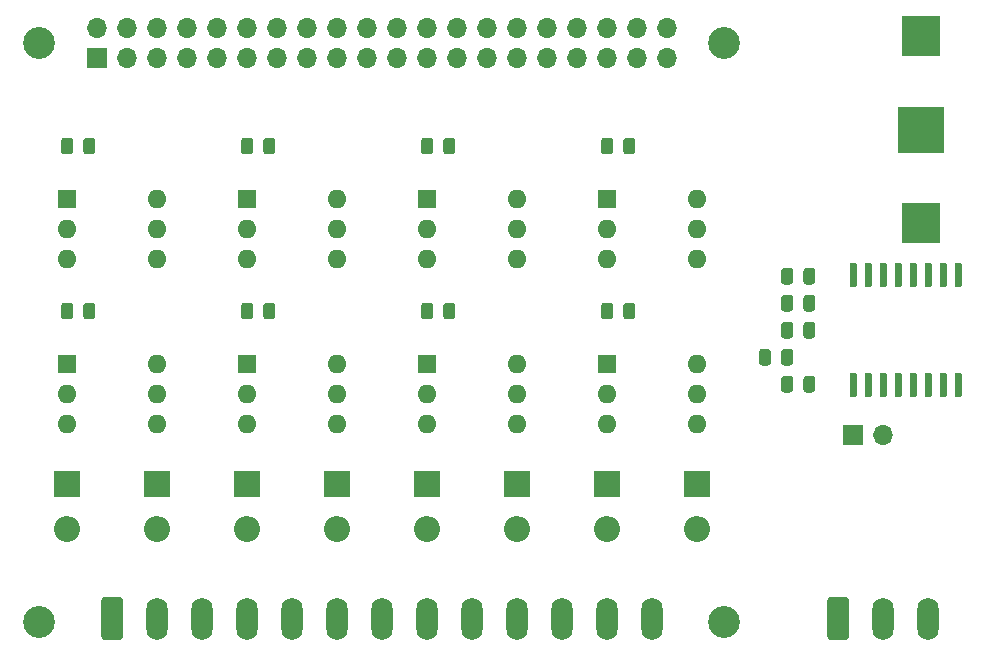
<source format=gts>
G04 #@! TF.GenerationSoftware,KiCad,Pcbnew,5.1.2-f72e74a~84~ubuntu19.04.1*
G04 #@! TF.CreationDate,2019-07-08T05:48:43+02:00*
G04 #@! TF.ProjectId,switch-control-hat,73776974-6368-42d6-936f-6e74726f6c2d,rev?*
G04 #@! TF.SameCoordinates,Original*
G04 #@! TF.FileFunction,Soldermask,Top*
G04 #@! TF.FilePolarity,Negative*
%FSLAX46Y46*%
G04 Gerber Fmt 4.6, Leading zero omitted, Abs format (unit mm)*
G04 Created by KiCad (PCBNEW 5.1.2-f72e74a~84~ubuntu19.04.1) date 2019-07-08 05:48:43*
%MOMM*%
%LPD*%
G04 APERTURE LIST*
%ADD10R,1.600000X1.600000*%
%ADD11O,1.600000X1.600000*%
%ADD12O,1.800000X3.600000*%
%ADD13C,0.100000*%
%ADD14C,1.800000*%
%ADD15R,2.200000X2.200000*%
%ADD16O,2.200000X2.200000*%
%ADD17C,0.600000*%
%ADD18R,4.000000X4.000000*%
%ADD19R,3.300000X3.500000*%
%ADD20C,0.975000*%
%ADD21O,1.700000X1.700000*%
%ADD22R,1.700000X1.700000*%
%ADD23C,2.700000*%
G04 APERTURE END LIST*
D10*
X205842000Y-124600000D03*
D11*
X213462000Y-129680000D03*
X205842000Y-127140000D03*
X213462000Y-127140000D03*
X205842000Y-129680000D03*
X213462000Y-124600000D03*
X228702000Y-124600000D03*
X221082000Y-129680000D03*
X228702000Y-127140000D03*
X221082000Y-127140000D03*
X228702000Y-129680000D03*
D10*
X221082000Y-124600000D03*
D12*
X278740000Y-146190000D03*
X274930000Y-146190000D03*
D13*
G36*
X271794504Y-144391204D02*
G01*
X271818773Y-144394804D01*
X271842571Y-144400765D01*
X271865671Y-144409030D01*
X271887849Y-144419520D01*
X271908893Y-144432133D01*
X271928598Y-144446747D01*
X271946777Y-144463223D01*
X271963253Y-144481402D01*
X271977867Y-144501107D01*
X271990480Y-144522151D01*
X272000970Y-144544329D01*
X272009235Y-144567429D01*
X272015196Y-144591227D01*
X272018796Y-144615496D01*
X272020000Y-144640000D01*
X272020000Y-147740000D01*
X272018796Y-147764504D01*
X272015196Y-147788773D01*
X272009235Y-147812571D01*
X272000970Y-147835671D01*
X271990480Y-147857849D01*
X271977867Y-147878893D01*
X271963253Y-147898598D01*
X271946777Y-147916777D01*
X271928598Y-147933253D01*
X271908893Y-147947867D01*
X271887849Y-147960480D01*
X271865671Y-147970970D01*
X271842571Y-147979235D01*
X271818773Y-147985196D01*
X271794504Y-147988796D01*
X271770000Y-147990000D01*
X270470000Y-147990000D01*
X270445496Y-147988796D01*
X270421227Y-147985196D01*
X270397429Y-147979235D01*
X270374329Y-147970970D01*
X270352151Y-147960480D01*
X270331107Y-147947867D01*
X270311402Y-147933253D01*
X270293223Y-147916777D01*
X270276747Y-147898598D01*
X270262133Y-147878893D01*
X270249520Y-147857849D01*
X270239030Y-147835671D01*
X270230765Y-147812571D01*
X270224804Y-147788773D01*
X270221204Y-147764504D01*
X270220000Y-147740000D01*
X270220000Y-144640000D01*
X270221204Y-144615496D01*
X270224804Y-144591227D01*
X270230765Y-144567429D01*
X270239030Y-144544329D01*
X270249520Y-144522151D01*
X270262133Y-144501107D01*
X270276747Y-144481402D01*
X270293223Y-144463223D01*
X270311402Y-144446747D01*
X270331107Y-144432133D01*
X270352151Y-144419520D01*
X270374329Y-144409030D01*
X270397429Y-144400765D01*
X270421227Y-144394804D01*
X270445496Y-144391204D01*
X270470000Y-144390000D01*
X271770000Y-144390000D01*
X271794504Y-144391204D01*
X271794504Y-144391204D01*
G37*
D14*
X271120000Y-146190000D03*
D13*
G36*
X210326504Y-144391204D02*
G01*
X210350773Y-144394804D01*
X210374571Y-144400765D01*
X210397671Y-144409030D01*
X210419849Y-144419520D01*
X210440893Y-144432133D01*
X210460598Y-144446747D01*
X210478777Y-144463223D01*
X210495253Y-144481402D01*
X210509867Y-144501107D01*
X210522480Y-144522151D01*
X210532970Y-144544329D01*
X210541235Y-144567429D01*
X210547196Y-144591227D01*
X210550796Y-144615496D01*
X210552000Y-144640000D01*
X210552000Y-147740000D01*
X210550796Y-147764504D01*
X210547196Y-147788773D01*
X210541235Y-147812571D01*
X210532970Y-147835671D01*
X210522480Y-147857849D01*
X210509867Y-147878893D01*
X210495253Y-147898598D01*
X210478777Y-147916777D01*
X210460598Y-147933253D01*
X210440893Y-147947867D01*
X210419849Y-147960480D01*
X210397671Y-147970970D01*
X210374571Y-147979235D01*
X210350773Y-147985196D01*
X210326504Y-147988796D01*
X210302000Y-147990000D01*
X209002000Y-147990000D01*
X208977496Y-147988796D01*
X208953227Y-147985196D01*
X208929429Y-147979235D01*
X208906329Y-147970970D01*
X208884151Y-147960480D01*
X208863107Y-147947867D01*
X208843402Y-147933253D01*
X208825223Y-147916777D01*
X208808747Y-147898598D01*
X208794133Y-147878893D01*
X208781520Y-147857849D01*
X208771030Y-147835671D01*
X208762765Y-147812571D01*
X208756804Y-147788773D01*
X208753204Y-147764504D01*
X208752000Y-147740000D01*
X208752000Y-144640000D01*
X208753204Y-144615496D01*
X208756804Y-144591227D01*
X208762765Y-144567429D01*
X208771030Y-144544329D01*
X208781520Y-144522151D01*
X208794133Y-144501107D01*
X208808747Y-144481402D01*
X208825223Y-144463223D01*
X208843402Y-144446747D01*
X208863107Y-144432133D01*
X208884151Y-144419520D01*
X208906329Y-144409030D01*
X208929429Y-144400765D01*
X208953227Y-144394804D01*
X208977496Y-144391204D01*
X209002000Y-144390000D01*
X210302000Y-144390000D01*
X210326504Y-144391204D01*
X210326504Y-144391204D01*
G37*
D14*
X209652000Y-146190000D03*
D12*
X213462000Y-146190000D03*
X217272000Y-146190000D03*
X221082000Y-146190000D03*
X224892000Y-146190000D03*
X228702000Y-146190000D03*
X232512000Y-146190000D03*
X236322000Y-146190000D03*
X240132000Y-146190000D03*
X243942000Y-146190000D03*
X247752000Y-146190000D03*
X251562000Y-146190000D03*
X255372000Y-146190000D03*
D15*
X213462000Y-134760000D03*
D16*
X213462000Y-138570000D03*
X259182000Y-138570000D03*
D15*
X259182000Y-134760000D03*
D13*
G36*
X272554703Y-116107722D02*
G01*
X272569264Y-116109882D01*
X272583543Y-116113459D01*
X272597403Y-116118418D01*
X272610710Y-116124712D01*
X272623336Y-116132280D01*
X272635159Y-116141048D01*
X272646066Y-116150934D01*
X272655952Y-116161841D01*
X272664720Y-116173664D01*
X272672288Y-116186290D01*
X272678582Y-116199597D01*
X272683541Y-116213457D01*
X272687118Y-116227736D01*
X272689278Y-116242297D01*
X272690000Y-116257000D01*
X272690000Y-118007000D01*
X272689278Y-118021703D01*
X272687118Y-118036264D01*
X272683541Y-118050543D01*
X272678582Y-118064403D01*
X272672288Y-118077710D01*
X272664720Y-118090336D01*
X272655952Y-118102159D01*
X272646066Y-118113066D01*
X272635159Y-118122952D01*
X272623336Y-118131720D01*
X272610710Y-118139288D01*
X272597403Y-118145582D01*
X272583543Y-118150541D01*
X272569264Y-118154118D01*
X272554703Y-118156278D01*
X272540000Y-118157000D01*
X272240000Y-118157000D01*
X272225297Y-118156278D01*
X272210736Y-118154118D01*
X272196457Y-118150541D01*
X272182597Y-118145582D01*
X272169290Y-118139288D01*
X272156664Y-118131720D01*
X272144841Y-118122952D01*
X272133934Y-118113066D01*
X272124048Y-118102159D01*
X272115280Y-118090336D01*
X272107712Y-118077710D01*
X272101418Y-118064403D01*
X272096459Y-118050543D01*
X272092882Y-118036264D01*
X272090722Y-118021703D01*
X272090000Y-118007000D01*
X272090000Y-116257000D01*
X272090722Y-116242297D01*
X272092882Y-116227736D01*
X272096459Y-116213457D01*
X272101418Y-116199597D01*
X272107712Y-116186290D01*
X272115280Y-116173664D01*
X272124048Y-116161841D01*
X272133934Y-116150934D01*
X272144841Y-116141048D01*
X272156664Y-116132280D01*
X272169290Y-116124712D01*
X272182597Y-116118418D01*
X272196457Y-116113459D01*
X272210736Y-116109882D01*
X272225297Y-116107722D01*
X272240000Y-116107000D01*
X272540000Y-116107000D01*
X272554703Y-116107722D01*
X272554703Y-116107722D01*
G37*
D17*
X272390000Y-117132000D03*
D13*
G36*
X273824703Y-116107722D02*
G01*
X273839264Y-116109882D01*
X273853543Y-116113459D01*
X273867403Y-116118418D01*
X273880710Y-116124712D01*
X273893336Y-116132280D01*
X273905159Y-116141048D01*
X273916066Y-116150934D01*
X273925952Y-116161841D01*
X273934720Y-116173664D01*
X273942288Y-116186290D01*
X273948582Y-116199597D01*
X273953541Y-116213457D01*
X273957118Y-116227736D01*
X273959278Y-116242297D01*
X273960000Y-116257000D01*
X273960000Y-118007000D01*
X273959278Y-118021703D01*
X273957118Y-118036264D01*
X273953541Y-118050543D01*
X273948582Y-118064403D01*
X273942288Y-118077710D01*
X273934720Y-118090336D01*
X273925952Y-118102159D01*
X273916066Y-118113066D01*
X273905159Y-118122952D01*
X273893336Y-118131720D01*
X273880710Y-118139288D01*
X273867403Y-118145582D01*
X273853543Y-118150541D01*
X273839264Y-118154118D01*
X273824703Y-118156278D01*
X273810000Y-118157000D01*
X273510000Y-118157000D01*
X273495297Y-118156278D01*
X273480736Y-118154118D01*
X273466457Y-118150541D01*
X273452597Y-118145582D01*
X273439290Y-118139288D01*
X273426664Y-118131720D01*
X273414841Y-118122952D01*
X273403934Y-118113066D01*
X273394048Y-118102159D01*
X273385280Y-118090336D01*
X273377712Y-118077710D01*
X273371418Y-118064403D01*
X273366459Y-118050543D01*
X273362882Y-118036264D01*
X273360722Y-118021703D01*
X273360000Y-118007000D01*
X273360000Y-116257000D01*
X273360722Y-116242297D01*
X273362882Y-116227736D01*
X273366459Y-116213457D01*
X273371418Y-116199597D01*
X273377712Y-116186290D01*
X273385280Y-116173664D01*
X273394048Y-116161841D01*
X273403934Y-116150934D01*
X273414841Y-116141048D01*
X273426664Y-116132280D01*
X273439290Y-116124712D01*
X273452597Y-116118418D01*
X273466457Y-116113459D01*
X273480736Y-116109882D01*
X273495297Y-116107722D01*
X273510000Y-116107000D01*
X273810000Y-116107000D01*
X273824703Y-116107722D01*
X273824703Y-116107722D01*
G37*
D17*
X273660000Y-117132000D03*
D13*
G36*
X275094703Y-116107722D02*
G01*
X275109264Y-116109882D01*
X275123543Y-116113459D01*
X275137403Y-116118418D01*
X275150710Y-116124712D01*
X275163336Y-116132280D01*
X275175159Y-116141048D01*
X275186066Y-116150934D01*
X275195952Y-116161841D01*
X275204720Y-116173664D01*
X275212288Y-116186290D01*
X275218582Y-116199597D01*
X275223541Y-116213457D01*
X275227118Y-116227736D01*
X275229278Y-116242297D01*
X275230000Y-116257000D01*
X275230000Y-118007000D01*
X275229278Y-118021703D01*
X275227118Y-118036264D01*
X275223541Y-118050543D01*
X275218582Y-118064403D01*
X275212288Y-118077710D01*
X275204720Y-118090336D01*
X275195952Y-118102159D01*
X275186066Y-118113066D01*
X275175159Y-118122952D01*
X275163336Y-118131720D01*
X275150710Y-118139288D01*
X275137403Y-118145582D01*
X275123543Y-118150541D01*
X275109264Y-118154118D01*
X275094703Y-118156278D01*
X275080000Y-118157000D01*
X274780000Y-118157000D01*
X274765297Y-118156278D01*
X274750736Y-118154118D01*
X274736457Y-118150541D01*
X274722597Y-118145582D01*
X274709290Y-118139288D01*
X274696664Y-118131720D01*
X274684841Y-118122952D01*
X274673934Y-118113066D01*
X274664048Y-118102159D01*
X274655280Y-118090336D01*
X274647712Y-118077710D01*
X274641418Y-118064403D01*
X274636459Y-118050543D01*
X274632882Y-118036264D01*
X274630722Y-118021703D01*
X274630000Y-118007000D01*
X274630000Y-116257000D01*
X274630722Y-116242297D01*
X274632882Y-116227736D01*
X274636459Y-116213457D01*
X274641418Y-116199597D01*
X274647712Y-116186290D01*
X274655280Y-116173664D01*
X274664048Y-116161841D01*
X274673934Y-116150934D01*
X274684841Y-116141048D01*
X274696664Y-116132280D01*
X274709290Y-116124712D01*
X274722597Y-116118418D01*
X274736457Y-116113459D01*
X274750736Y-116109882D01*
X274765297Y-116107722D01*
X274780000Y-116107000D01*
X275080000Y-116107000D01*
X275094703Y-116107722D01*
X275094703Y-116107722D01*
G37*
D17*
X274930000Y-117132000D03*
D13*
G36*
X276364703Y-116107722D02*
G01*
X276379264Y-116109882D01*
X276393543Y-116113459D01*
X276407403Y-116118418D01*
X276420710Y-116124712D01*
X276433336Y-116132280D01*
X276445159Y-116141048D01*
X276456066Y-116150934D01*
X276465952Y-116161841D01*
X276474720Y-116173664D01*
X276482288Y-116186290D01*
X276488582Y-116199597D01*
X276493541Y-116213457D01*
X276497118Y-116227736D01*
X276499278Y-116242297D01*
X276500000Y-116257000D01*
X276500000Y-118007000D01*
X276499278Y-118021703D01*
X276497118Y-118036264D01*
X276493541Y-118050543D01*
X276488582Y-118064403D01*
X276482288Y-118077710D01*
X276474720Y-118090336D01*
X276465952Y-118102159D01*
X276456066Y-118113066D01*
X276445159Y-118122952D01*
X276433336Y-118131720D01*
X276420710Y-118139288D01*
X276407403Y-118145582D01*
X276393543Y-118150541D01*
X276379264Y-118154118D01*
X276364703Y-118156278D01*
X276350000Y-118157000D01*
X276050000Y-118157000D01*
X276035297Y-118156278D01*
X276020736Y-118154118D01*
X276006457Y-118150541D01*
X275992597Y-118145582D01*
X275979290Y-118139288D01*
X275966664Y-118131720D01*
X275954841Y-118122952D01*
X275943934Y-118113066D01*
X275934048Y-118102159D01*
X275925280Y-118090336D01*
X275917712Y-118077710D01*
X275911418Y-118064403D01*
X275906459Y-118050543D01*
X275902882Y-118036264D01*
X275900722Y-118021703D01*
X275900000Y-118007000D01*
X275900000Y-116257000D01*
X275900722Y-116242297D01*
X275902882Y-116227736D01*
X275906459Y-116213457D01*
X275911418Y-116199597D01*
X275917712Y-116186290D01*
X275925280Y-116173664D01*
X275934048Y-116161841D01*
X275943934Y-116150934D01*
X275954841Y-116141048D01*
X275966664Y-116132280D01*
X275979290Y-116124712D01*
X275992597Y-116118418D01*
X276006457Y-116113459D01*
X276020736Y-116109882D01*
X276035297Y-116107722D01*
X276050000Y-116107000D01*
X276350000Y-116107000D01*
X276364703Y-116107722D01*
X276364703Y-116107722D01*
G37*
D17*
X276200000Y-117132000D03*
D13*
G36*
X277634703Y-116107722D02*
G01*
X277649264Y-116109882D01*
X277663543Y-116113459D01*
X277677403Y-116118418D01*
X277690710Y-116124712D01*
X277703336Y-116132280D01*
X277715159Y-116141048D01*
X277726066Y-116150934D01*
X277735952Y-116161841D01*
X277744720Y-116173664D01*
X277752288Y-116186290D01*
X277758582Y-116199597D01*
X277763541Y-116213457D01*
X277767118Y-116227736D01*
X277769278Y-116242297D01*
X277770000Y-116257000D01*
X277770000Y-118007000D01*
X277769278Y-118021703D01*
X277767118Y-118036264D01*
X277763541Y-118050543D01*
X277758582Y-118064403D01*
X277752288Y-118077710D01*
X277744720Y-118090336D01*
X277735952Y-118102159D01*
X277726066Y-118113066D01*
X277715159Y-118122952D01*
X277703336Y-118131720D01*
X277690710Y-118139288D01*
X277677403Y-118145582D01*
X277663543Y-118150541D01*
X277649264Y-118154118D01*
X277634703Y-118156278D01*
X277620000Y-118157000D01*
X277320000Y-118157000D01*
X277305297Y-118156278D01*
X277290736Y-118154118D01*
X277276457Y-118150541D01*
X277262597Y-118145582D01*
X277249290Y-118139288D01*
X277236664Y-118131720D01*
X277224841Y-118122952D01*
X277213934Y-118113066D01*
X277204048Y-118102159D01*
X277195280Y-118090336D01*
X277187712Y-118077710D01*
X277181418Y-118064403D01*
X277176459Y-118050543D01*
X277172882Y-118036264D01*
X277170722Y-118021703D01*
X277170000Y-118007000D01*
X277170000Y-116257000D01*
X277170722Y-116242297D01*
X277172882Y-116227736D01*
X277176459Y-116213457D01*
X277181418Y-116199597D01*
X277187712Y-116186290D01*
X277195280Y-116173664D01*
X277204048Y-116161841D01*
X277213934Y-116150934D01*
X277224841Y-116141048D01*
X277236664Y-116132280D01*
X277249290Y-116124712D01*
X277262597Y-116118418D01*
X277276457Y-116113459D01*
X277290736Y-116109882D01*
X277305297Y-116107722D01*
X277320000Y-116107000D01*
X277620000Y-116107000D01*
X277634703Y-116107722D01*
X277634703Y-116107722D01*
G37*
D17*
X277470000Y-117132000D03*
D13*
G36*
X278904703Y-116107722D02*
G01*
X278919264Y-116109882D01*
X278933543Y-116113459D01*
X278947403Y-116118418D01*
X278960710Y-116124712D01*
X278973336Y-116132280D01*
X278985159Y-116141048D01*
X278996066Y-116150934D01*
X279005952Y-116161841D01*
X279014720Y-116173664D01*
X279022288Y-116186290D01*
X279028582Y-116199597D01*
X279033541Y-116213457D01*
X279037118Y-116227736D01*
X279039278Y-116242297D01*
X279040000Y-116257000D01*
X279040000Y-118007000D01*
X279039278Y-118021703D01*
X279037118Y-118036264D01*
X279033541Y-118050543D01*
X279028582Y-118064403D01*
X279022288Y-118077710D01*
X279014720Y-118090336D01*
X279005952Y-118102159D01*
X278996066Y-118113066D01*
X278985159Y-118122952D01*
X278973336Y-118131720D01*
X278960710Y-118139288D01*
X278947403Y-118145582D01*
X278933543Y-118150541D01*
X278919264Y-118154118D01*
X278904703Y-118156278D01*
X278890000Y-118157000D01*
X278590000Y-118157000D01*
X278575297Y-118156278D01*
X278560736Y-118154118D01*
X278546457Y-118150541D01*
X278532597Y-118145582D01*
X278519290Y-118139288D01*
X278506664Y-118131720D01*
X278494841Y-118122952D01*
X278483934Y-118113066D01*
X278474048Y-118102159D01*
X278465280Y-118090336D01*
X278457712Y-118077710D01*
X278451418Y-118064403D01*
X278446459Y-118050543D01*
X278442882Y-118036264D01*
X278440722Y-118021703D01*
X278440000Y-118007000D01*
X278440000Y-116257000D01*
X278440722Y-116242297D01*
X278442882Y-116227736D01*
X278446459Y-116213457D01*
X278451418Y-116199597D01*
X278457712Y-116186290D01*
X278465280Y-116173664D01*
X278474048Y-116161841D01*
X278483934Y-116150934D01*
X278494841Y-116141048D01*
X278506664Y-116132280D01*
X278519290Y-116124712D01*
X278532597Y-116118418D01*
X278546457Y-116113459D01*
X278560736Y-116109882D01*
X278575297Y-116107722D01*
X278590000Y-116107000D01*
X278890000Y-116107000D01*
X278904703Y-116107722D01*
X278904703Y-116107722D01*
G37*
D17*
X278740000Y-117132000D03*
D13*
G36*
X280174703Y-116107722D02*
G01*
X280189264Y-116109882D01*
X280203543Y-116113459D01*
X280217403Y-116118418D01*
X280230710Y-116124712D01*
X280243336Y-116132280D01*
X280255159Y-116141048D01*
X280266066Y-116150934D01*
X280275952Y-116161841D01*
X280284720Y-116173664D01*
X280292288Y-116186290D01*
X280298582Y-116199597D01*
X280303541Y-116213457D01*
X280307118Y-116227736D01*
X280309278Y-116242297D01*
X280310000Y-116257000D01*
X280310000Y-118007000D01*
X280309278Y-118021703D01*
X280307118Y-118036264D01*
X280303541Y-118050543D01*
X280298582Y-118064403D01*
X280292288Y-118077710D01*
X280284720Y-118090336D01*
X280275952Y-118102159D01*
X280266066Y-118113066D01*
X280255159Y-118122952D01*
X280243336Y-118131720D01*
X280230710Y-118139288D01*
X280217403Y-118145582D01*
X280203543Y-118150541D01*
X280189264Y-118154118D01*
X280174703Y-118156278D01*
X280160000Y-118157000D01*
X279860000Y-118157000D01*
X279845297Y-118156278D01*
X279830736Y-118154118D01*
X279816457Y-118150541D01*
X279802597Y-118145582D01*
X279789290Y-118139288D01*
X279776664Y-118131720D01*
X279764841Y-118122952D01*
X279753934Y-118113066D01*
X279744048Y-118102159D01*
X279735280Y-118090336D01*
X279727712Y-118077710D01*
X279721418Y-118064403D01*
X279716459Y-118050543D01*
X279712882Y-118036264D01*
X279710722Y-118021703D01*
X279710000Y-118007000D01*
X279710000Y-116257000D01*
X279710722Y-116242297D01*
X279712882Y-116227736D01*
X279716459Y-116213457D01*
X279721418Y-116199597D01*
X279727712Y-116186290D01*
X279735280Y-116173664D01*
X279744048Y-116161841D01*
X279753934Y-116150934D01*
X279764841Y-116141048D01*
X279776664Y-116132280D01*
X279789290Y-116124712D01*
X279802597Y-116118418D01*
X279816457Y-116113459D01*
X279830736Y-116109882D01*
X279845297Y-116107722D01*
X279860000Y-116107000D01*
X280160000Y-116107000D01*
X280174703Y-116107722D01*
X280174703Y-116107722D01*
G37*
D17*
X280010000Y-117132000D03*
D13*
G36*
X281444703Y-116107722D02*
G01*
X281459264Y-116109882D01*
X281473543Y-116113459D01*
X281487403Y-116118418D01*
X281500710Y-116124712D01*
X281513336Y-116132280D01*
X281525159Y-116141048D01*
X281536066Y-116150934D01*
X281545952Y-116161841D01*
X281554720Y-116173664D01*
X281562288Y-116186290D01*
X281568582Y-116199597D01*
X281573541Y-116213457D01*
X281577118Y-116227736D01*
X281579278Y-116242297D01*
X281580000Y-116257000D01*
X281580000Y-118007000D01*
X281579278Y-118021703D01*
X281577118Y-118036264D01*
X281573541Y-118050543D01*
X281568582Y-118064403D01*
X281562288Y-118077710D01*
X281554720Y-118090336D01*
X281545952Y-118102159D01*
X281536066Y-118113066D01*
X281525159Y-118122952D01*
X281513336Y-118131720D01*
X281500710Y-118139288D01*
X281487403Y-118145582D01*
X281473543Y-118150541D01*
X281459264Y-118154118D01*
X281444703Y-118156278D01*
X281430000Y-118157000D01*
X281130000Y-118157000D01*
X281115297Y-118156278D01*
X281100736Y-118154118D01*
X281086457Y-118150541D01*
X281072597Y-118145582D01*
X281059290Y-118139288D01*
X281046664Y-118131720D01*
X281034841Y-118122952D01*
X281023934Y-118113066D01*
X281014048Y-118102159D01*
X281005280Y-118090336D01*
X280997712Y-118077710D01*
X280991418Y-118064403D01*
X280986459Y-118050543D01*
X280982882Y-118036264D01*
X280980722Y-118021703D01*
X280980000Y-118007000D01*
X280980000Y-116257000D01*
X280980722Y-116242297D01*
X280982882Y-116227736D01*
X280986459Y-116213457D01*
X280991418Y-116199597D01*
X280997712Y-116186290D01*
X281005280Y-116173664D01*
X281014048Y-116161841D01*
X281023934Y-116150934D01*
X281034841Y-116141048D01*
X281046664Y-116132280D01*
X281059290Y-116124712D01*
X281072597Y-116118418D01*
X281086457Y-116113459D01*
X281100736Y-116109882D01*
X281115297Y-116107722D01*
X281130000Y-116107000D01*
X281430000Y-116107000D01*
X281444703Y-116107722D01*
X281444703Y-116107722D01*
G37*
D17*
X281280000Y-117132000D03*
D13*
G36*
X281444703Y-125407722D02*
G01*
X281459264Y-125409882D01*
X281473543Y-125413459D01*
X281487403Y-125418418D01*
X281500710Y-125424712D01*
X281513336Y-125432280D01*
X281525159Y-125441048D01*
X281536066Y-125450934D01*
X281545952Y-125461841D01*
X281554720Y-125473664D01*
X281562288Y-125486290D01*
X281568582Y-125499597D01*
X281573541Y-125513457D01*
X281577118Y-125527736D01*
X281579278Y-125542297D01*
X281580000Y-125557000D01*
X281580000Y-127307000D01*
X281579278Y-127321703D01*
X281577118Y-127336264D01*
X281573541Y-127350543D01*
X281568582Y-127364403D01*
X281562288Y-127377710D01*
X281554720Y-127390336D01*
X281545952Y-127402159D01*
X281536066Y-127413066D01*
X281525159Y-127422952D01*
X281513336Y-127431720D01*
X281500710Y-127439288D01*
X281487403Y-127445582D01*
X281473543Y-127450541D01*
X281459264Y-127454118D01*
X281444703Y-127456278D01*
X281430000Y-127457000D01*
X281130000Y-127457000D01*
X281115297Y-127456278D01*
X281100736Y-127454118D01*
X281086457Y-127450541D01*
X281072597Y-127445582D01*
X281059290Y-127439288D01*
X281046664Y-127431720D01*
X281034841Y-127422952D01*
X281023934Y-127413066D01*
X281014048Y-127402159D01*
X281005280Y-127390336D01*
X280997712Y-127377710D01*
X280991418Y-127364403D01*
X280986459Y-127350543D01*
X280982882Y-127336264D01*
X280980722Y-127321703D01*
X280980000Y-127307000D01*
X280980000Y-125557000D01*
X280980722Y-125542297D01*
X280982882Y-125527736D01*
X280986459Y-125513457D01*
X280991418Y-125499597D01*
X280997712Y-125486290D01*
X281005280Y-125473664D01*
X281014048Y-125461841D01*
X281023934Y-125450934D01*
X281034841Y-125441048D01*
X281046664Y-125432280D01*
X281059290Y-125424712D01*
X281072597Y-125418418D01*
X281086457Y-125413459D01*
X281100736Y-125409882D01*
X281115297Y-125407722D01*
X281130000Y-125407000D01*
X281430000Y-125407000D01*
X281444703Y-125407722D01*
X281444703Y-125407722D01*
G37*
D17*
X281280000Y-126432000D03*
D13*
G36*
X280174703Y-125407722D02*
G01*
X280189264Y-125409882D01*
X280203543Y-125413459D01*
X280217403Y-125418418D01*
X280230710Y-125424712D01*
X280243336Y-125432280D01*
X280255159Y-125441048D01*
X280266066Y-125450934D01*
X280275952Y-125461841D01*
X280284720Y-125473664D01*
X280292288Y-125486290D01*
X280298582Y-125499597D01*
X280303541Y-125513457D01*
X280307118Y-125527736D01*
X280309278Y-125542297D01*
X280310000Y-125557000D01*
X280310000Y-127307000D01*
X280309278Y-127321703D01*
X280307118Y-127336264D01*
X280303541Y-127350543D01*
X280298582Y-127364403D01*
X280292288Y-127377710D01*
X280284720Y-127390336D01*
X280275952Y-127402159D01*
X280266066Y-127413066D01*
X280255159Y-127422952D01*
X280243336Y-127431720D01*
X280230710Y-127439288D01*
X280217403Y-127445582D01*
X280203543Y-127450541D01*
X280189264Y-127454118D01*
X280174703Y-127456278D01*
X280160000Y-127457000D01*
X279860000Y-127457000D01*
X279845297Y-127456278D01*
X279830736Y-127454118D01*
X279816457Y-127450541D01*
X279802597Y-127445582D01*
X279789290Y-127439288D01*
X279776664Y-127431720D01*
X279764841Y-127422952D01*
X279753934Y-127413066D01*
X279744048Y-127402159D01*
X279735280Y-127390336D01*
X279727712Y-127377710D01*
X279721418Y-127364403D01*
X279716459Y-127350543D01*
X279712882Y-127336264D01*
X279710722Y-127321703D01*
X279710000Y-127307000D01*
X279710000Y-125557000D01*
X279710722Y-125542297D01*
X279712882Y-125527736D01*
X279716459Y-125513457D01*
X279721418Y-125499597D01*
X279727712Y-125486290D01*
X279735280Y-125473664D01*
X279744048Y-125461841D01*
X279753934Y-125450934D01*
X279764841Y-125441048D01*
X279776664Y-125432280D01*
X279789290Y-125424712D01*
X279802597Y-125418418D01*
X279816457Y-125413459D01*
X279830736Y-125409882D01*
X279845297Y-125407722D01*
X279860000Y-125407000D01*
X280160000Y-125407000D01*
X280174703Y-125407722D01*
X280174703Y-125407722D01*
G37*
D17*
X280010000Y-126432000D03*
D13*
G36*
X278904703Y-125407722D02*
G01*
X278919264Y-125409882D01*
X278933543Y-125413459D01*
X278947403Y-125418418D01*
X278960710Y-125424712D01*
X278973336Y-125432280D01*
X278985159Y-125441048D01*
X278996066Y-125450934D01*
X279005952Y-125461841D01*
X279014720Y-125473664D01*
X279022288Y-125486290D01*
X279028582Y-125499597D01*
X279033541Y-125513457D01*
X279037118Y-125527736D01*
X279039278Y-125542297D01*
X279040000Y-125557000D01*
X279040000Y-127307000D01*
X279039278Y-127321703D01*
X279037118Y-127336264D01*
X279033541Y-127350543D01*
X279028582Y-127364403D01*
X279022288Y-127377710D01*
X279014720Y-127390336D01*
X279005952Y-127402159D01*
X278996066Y-127413066D01*
X278985159Y-127422952D01*
X278973336Y-127431720D01*
X278960710Y-127439288D01*
X278947403Y-127445582D01*
X278933543Y-127450541D01*
X278919264Y-127454118D01*
X278904703Y-127456278D01*
X278890000Y-127457000D01*
X278590000Y-127457000D01*
X278575297Y-127456278D01*
X278560736Y-127454118D01*
X278546457Y-127450541D01*
X278532597Y-127445582D01*
X278519290Y-127439288D01*
X278506664Y-127431720D01*
X278494841Y-127422952D01*
X278483934Y-127413066D01*
X278474048Y-127402159D01*
X278465280Y-127390336D01*
X278457712Y-127377710D01*
X278451418Y-127364403D01*
X278446459Y-127350543D01*
X278442882Y-127336264D01*
X278440722Y-127321703D01*
X278440000Y-127307000D01*
X278440000Y-125557000D01*
X278440722Y-125542297D01*
X278442882Y-125527736D01*
X278446459Y-125513457D01*
X278451418Y-125499597D01*
X278457712Y-125486290D01*
X278465280Y-125473664D01*
X278474048Y-125461841D01*
X278483934Y-125450934D01*
X278494841Y-125441048D01*
X278506664Y-125432280D01*
X278519290Y-125424712D01*
X278532597Y-125418418D01*
X278546457Y-125413459D01*
X278560736Y-125409882D01*
X278575297Y-125407722D01*
X278590000Y-125407000D01*
X278890000Y-125407000D01*
X278904703Y-125407722D01*
X278904703Y-125407722D01*
G37*
D17*
X278740000Y-126432000D03*
D13*
G36*
X277634703Y-125407722D02*
G01*
X277649264Y-125409882D01*
X277663543Y-125413459D01*
X277677403Y-125418418D01*
X277690710Y-125424712D01*
X277703336Y-125432280D01*
X277715159Y-125441048D01*
X277726066Y-125450934D01*
X277735952Y-125461841D01*
X277744720Y-125473664D01*
X277752288Y-125486290D01*
X277758582Y-125499597D01*
X277763541Y-125513457D01*
X277767118Y-125527736D01*
X277769278Y-125542297D01*
X277770000Y-125557000D01*
X277770000Y-127307000D01*
X277769278Y-127321703D01*
X277767118Y-127336264D01*
X277763541Y-127350543D01*
X277758582Y-127364403D01*
X277752288Y-127377710D01*
X277744720Y-127390336D01*
X277735952Y-127402159D01*
X277726066Y-127413066D01*
X277715159Y-127422952D01*
X277703336Y-127431720D01*
X277690710Y-127439288D01*
X277677403Y-127445582D01*
X277663543Y-127450541D01*
X277649264Y-127454118D01*
X277634703Y-127456278D01*
X277620000Y-127457000D01*
X277320000Y-127457000D01*
X277305297Y-127456278D01*
X277290736Y-127454118D01*
X277276457Y-127450541D01*
X277262597Y-127445582D01*
X277249290Y-127439288D01*
X277236664Y-127431720D01*
X277224841Y-127422952D01*
X277213934Y-127413066D01*
X277204048Y-127402159D01*
X277195280Y-127390336D01*
X277187712Y-127377710D01*
X277181418Y-127364403D01*
X277176459Y-127350543D01*
X277172882Y-127336264D01*
X277170722Y-127321703D01*
X277170000Y-127307000D01*
X277170000Y-125557000D01*
X277170722Y-125542297D01*
X277172882Y-125527736D01*
X277176459Y-125513457D01*
X277181418Y-125499597D01*
X277187712Y-125486290D01*
X277195280Y-125473664D01*
X277204048Y-125461841D01*
X277213934Y-125450934D01*
X277224841Y-125441048D01*
X277236664Y-125432280D01*
X277249290Y-125424712D01*
X277262597Y-125418418D01*
X277276457Y-125413459D01*
X277290736Y-125409882D01*
X277305297Y-125407722D01*
X277320000Y-125407000D01*
X277620000Y-125407000D01*
X277634703Y-125407722D01*
X277634703Y-125407722D01*
G37*
D17*
X277470000Y-126432000D03*
D13*
G36*
X276364703Y-125407722D02*
G01*
X276379264Y-125409882D01*
X276393543Y-125413459D01*
X276407403Y-125418418D01*
X276420710Y-125424712D01*
X276433336Y-125432280D01*
X276445159Y-125441048D01*
X276456066Y-125450934D01*
X276465952Y-125461841D01*
X276474720Y-125473664D01*
X276482288Y-125486290D01*
X276488582Y-125499597D01*
X276493541Y-125513457D01*
X276497118Y-125527736D01*
X276499278Y-125542297D01*
X276500000Y-125557000D01*
X276500000Y-127307000D01*
X276499278Y-127321703D01*
X276497118Y-127336264D01*
X276493541Y-127350543D01*
X276488582Y-127364403D01*
X276482288Y-127377710D01*
X276474720Y-127390336D01*
X276465952Y-127402159D01*
X276456066Y-127413066D01*
X276445159Y-127422952D01*
X276433336Y-127431720D01*
X276420710Y-127439288D01*
X276407403Y-127445582D01*
X276393543Y-127450541D01*
X276379264Y-127454118D01*
X276364703Y-127456278D01*
X276350000Y-127457000D01*
X276050000Y-127457000D01*
X276035297Y-127456278D01*
X276020736Y-127454118D01*
X276006457Y-127450541D01*
X275992597Y-127445582D01*
X275979290Y-127439288D01*
X275966664Y-127431720D01*
X275954841Y-127422952D01*
X275943934Y-127413066D01*
X275934048Y-127402159D01*
X275925280Y-127390336D01*
X275917712Y-127377710D01*
X275911418Y-127364403D01*
X275906459Y-127350543D01*
X275902882Y-127336264D01*
X275900722Y-127321703D01*
X275900000Y-127307000D01*
X275900000Y-125557000D01*
X275900722Y-125542297D01*
X275902882Y-125527736D01*
X275906459Y-125513457D01*
X275911418Y-125499597D01*
X275917712Y-125486290D01*
X275925280Y-125473664D01*
X275934048Y-125461841D01*
X275943934Y-125450934D01*
X275954841Y-125441048D01*
X275966664Y-125432280D01*
X275979290Y-125424712D01*
X275992597Y-125418418D01*
X276006457Y-125413459D01*
X276020736Y-125409882D01*
X276035297Y-125407722D01*
X276050000Y-125407000D01*
X276350000Y-125407000D01*
X276364703Y-125407722D01*
X276364703Y-125407722D01*
G37*
D17*
X276200000Y-126432000D03*
D13*
G36*
X275094703Y-125407722D02*
G01*
X275109264Y-125409882D01*
X275123543Y-125413459D01*
X275137403Y-125418418D01*
X275150710Y-125424712D01*
X275163336Y-125432280D01*
X275175159Y-125441048D01*
X275186066Y-125450934D01*
X275195952Y-125461841D01*
X275204720Y-125473664D01*
X275212288Y-125486290D01*
X275218582Y-125499597D01*
X275223541Y-125513457D01*
X275227118Y-125527736D01*
X275229278Y-125542297D01*
X275230000Y-125557000D01*
X275230000Y-127307000D01*
X275229278Y-127321703D01*
X275227118Y-127336264D01*
X275223541Y-127350543D01*
X275218582Y-127364403D01*
X275212288Y-127377710D01*
X275204720Y-127390336D01*
X275195952Y-127402159D01*
X275186066Y-127413066D01*
X275175159Y-127422952D01*
X275163336Y-127431720D01*
X275150710Y-127439288D01*
X275137403Y-127445582D01*
X275123543Y-127450541D01*
X275109264Y-127454118D01*
X275094703Y-127456278D01*
X275080000Y-127457000D01*
X274780000Y-127457000D01*
X274765297Y-127456278D01*
X274750736Y-127454118D01*
X274736457Y-127450541D01*
X274722597Y-127445582D01*
X274709290Y-127439288D01*
X274696664Y-127431720D01*
X274684841Y-127422952D01*
X274673934Y-127413066D01*
X274664048Y-127402159D01*
X274655280Y-127390336D01*
X274647712Y-127377710D01*
X274641418Y-127364403D01*
X274636459Y-127350543D01*
X274632882Y-127336264D01*
X274630722Y-127321703D01*
X274630000Y-127307000D01*
X274630000Y-125557000D01*
X274630722Y-125542297D01*
X274632882Y-125527736D01*
X274636459Y-125513457D01*
X274641418Y-125499597D01*
X274647712Y-125486290D01*
X274655280Y-125473664D01*
X274664048Y-125461841D01*
X274673934Y-125450934D01*
X274684841Y-125441048D01*
X274696664Y-125432280D01*
X274709290Y-125424712D01*
X274722597Y-125418418D01*
X274736457Y-125413459D01*
X274750736Y-125409882D01*
X274765297Y-125407722D01*
X274780000Y-125407000D01*
X275080000Y-125407000D01*
X275094703Y-125407722D01*
X275094703Y-125407722D01*
G37*
D17*
X274930000Y-126432000D03*
D13*
G36*
X273824703Y-125407722D02*
G01*
X273839264Y-125409882D01*
X273853543Y-125413459D01*
X273867403Y-125418418D01*
X273880710Y-125424712D01*
X273893336Y-125432280D01*
X273905159Y-125441048D01*
X273916066Y-125450934D01*
X273925952Y-125461841D01*
X273934720Y-125473664D01*
X273942288Y-125486290D01*
X273948582Y-125499597D01*
X273953541Y-125513457D01*
X273957118Y-125527736D01*
X273959278Y-125542297D01*
X273960000Y-125557000D01*
X273960000Y-127307000D01*
X273959278Y-127321703D01*
X273957118Y-127336264D01*
X273953541Y-127350543D01*
X273948582Y-127364403D01*
X273942288Y-127377710D01*
X273934720Y-127390336D01*
X273925952Y-127402159D01*
X273916066Y-127413066D01*
X273905159Y-127422952D01*
X273893336Y-127431720D01*
X273880710Y-127439288D01*
X273867403Y-127445582D01*
X273853543Y-127450541D01*
X273839264Y-127454118D01*
X273824703Y-127456278D01*
X273810000Y-127457000D01*
X273510000Y-127457000D01*
X273495297Y-127456278D01*
X273480736Y-127454118D01*
X273466457Y-127450541D01*
X273452597Y-127445582D01*
X273439290Y-127439288D01*
X273426664Y-127431720D01*
X273414841Y-127422952D01*
X273403934Y-127413066D01*
X273394048Y-127402159D01*
X273385280Y-127390336D01*
X273377712Y-127377710D01*
X273371418Y-127364403D01*
X273366459Y-127350543D01*
X273362882Y-127336264D01*
X273360722Y-127321703D01*
X273360000Y-127307000D01*
X273360000Y-125557000D01*
X273360722Y-125542297D01*
X273362882Y-125527736D01*
X273366459Y-125513457D01*
X273371418Y-125499597D01*
X273377712Y-125486290D01*
X273385280Y-125473664D01*
X273394048Y-125461841D01*
X273403934Y-125450934D01*
X273414841Y-125441048D01*
X273426664Y-125432280D01*
X273439290Y-125424712D01*
X273452597Y-125418418D01*
X273466457Y-125413459D01*
X273480736Y-125409882D01*
X273495297Y-125407722D01*
X273510000Y-125407000D01*
X273810000Y-125407000D01*
X273824703Y-125407722D01*
X273824703Y-125407722D01*
G37*
D17*
X273660000Y-126432000D03*
D13*
G36*
X272554703Y-125407722D02*
G01*
X272569264Y-125409882D01*
X272583543Y-125413459D01*
X272597403Y-125418418D01*
X272610710Y-125424712D01*
X272623336Y-125432280D01*
X272635159Y-125441048D01*
X272646066Y-125450934D01*
X272655952Y-125461841D01*
X272664720Y-125473664D01*
X272672288Y-125486290D01*
X272678582Y-125499597D01*
X272683541Y-125513457D01*
X272687118Y-125527736D01*
X272689278Y-125542297D01*
X272690000Y-125557000D01*
X272690000Y-127307000D01*
X272689278Y-127321703D01*
X272687118Y-127336264D01*
X272683541Y-127350543D01*
X272678582Y-127364403D01*
X272672288Y-127377710D01*
X272664720Y-127390336D01*
X272655952Y-127402159D01*
X272646066Y-127413066D01*
X272635159Y-127422952D01*
X272623336Y-127431720D01*
X272610710Y-127439288D01*
X272597403Y-127445582D01*
X272583543Y-127450541D01*
X272569264Y-127454118D01*
X272554703Y-127456278D01*
X272540000Y-127457000D01*
X272240000Y-127457000D01*
X272225297Y-127456278D01*
X272210736Y-127454118D01*
X272196457Y-127450541D01*
X272182597Y-127445582D01*
X272169290Y-127439288D01*
X272156664Y-127431720D01*
X272144841Y-127422952D01*
X272133934Y-127413066D01*
X272124048Y-127402159D01*
X272115280Y-127390336D01*
X272107712Y-127377710D01*
X272101418Y-127364403D01*
X272096459Y-127350543D01*
X272092882Y-127336264D01*
X272090722Y-127321703D01*
X272090000Y-127307000D01*
X272090000Y-125557000D01*
X272090722Y-125542297D01*
X272092882Y-125527736D01*
X272096459Y-125513457D01*
X272101418Y-125499597D01*
X272107712Y-125486290D01*
X272115280Y-125473664D01*
X272124048Y-125461841D01*
X272133934Y-125450934D01*
X272144841Y-125441048D01*
X272156664Y-125432280D01*
X272169290Y-125424712D01*
X272182597Y-125418418D01*
X272196457Y-125413459D01*
X272210736Y-125409882D01*
X272225297Y-125407722D01*
X272240000Y-125407000D01*
X272540000Y-125407000D01*
X272554703Y-125407722D01*
X272554703Y-125407722D01*
G37*
D17*
X272390000Y-126432000D03*
D18*
X278105000Y-104788000D03*
D19*
X278105000Y-96888000D03*
X278105000Y-112688000D03*
D13*
G36*
X268944642Y-118797174D02*
G01*
X268968303Y-118800684D01*
X268991507Y-118806496D01*
X269014029Y-118814554D01*
X269035653Y-118824782D01*
X269056170Y-118837079D01*
X269075383Y-118851329D01*
X269093107Y-118867393D01*
X269109171Y-118885117D01*
X269123421Y-118904330D01*
X269135718Y-118924847D01*
X269145946Y-118946471D01*
X269154004Y-118968993D01*
X269159816Y-118992197D01*
X269163326Y-119015858D01*
X269164500Y-119039750D01*
X269164500Y-119952250D01*
X269163326Y-119976142D01*
X269159816Y-119999803D01*
X269154004Y-120023007D01*
X269145946Y-120045529D01*
X269135718Y-120067153D01*
X269123421Y-120087670D01*
X269109171Y-120106883D01*
X269093107Y-120124607D01*
X269075383Y-120140671D01*
X269056170Y-120154921D01*
X269035653Y-120167218D01*
X269014029Y-120177446D01*
X268991507Y-120185504D01*
X268968303Y-120191316D01*
X268944642Y-120194826D01*
X268920750Y-120196000D01*
X268433250Y-120196000D01*
X268409358Y-120194826D01*
X268385697Y-120191316D01*
X268362493Y-120185504D01*
X268339971Y-120177446D01*
X268318347Y-120167218D01*
X268297830Y-120154921D01*
X268278617Y-120140671D01*
X268260893Y-120124607D01*
X268244829Y-120106883D01*
X268230579Y-120087670D01*
X268218282Y-120067153D01*
X268208054Y-120045529D01*
X268199996Y-120023007D01*
X268194184Y-119999803D01*
X268190674Y-119976142D01*
X268189500Y-119952250D01*
X268189500Y-119039750D01*
X268190674Y-119015858D01*
X268194184Y-118992197D01*
X268199996Y-118968993D01*
X268208054Y-118946471D01*
X268218282Y-118924847D01*
X268230579Y-118904330D01*
X268244829Y-118885117D01*
X268260893Y-118867393D01*
X268278617Y-118851329D01*
X268297830Y-118837079D01*
X268318347Y-118824782D01*
X268339971Y-118814554D01*
X268362493Y-118806496D01*
X268385697Y-118800684D01*
X268409358Y-118797174D01*
X268433250Y-118796000D01*
X268920750Y-118796000D01*
X268944642Y-118797174D01*
X268944642Y-118797174D01*
G37*
D20*
X268677000Y-119496000D03*
D13*
G36*
X267069642Y-118797174D02*
G01*
X267093303Y-118800684D01*
X267116507Y-118806496D01*
X267139029Y-118814554D01*
X267160653Y-118824782D01*
X267181170Y-118837079D01*
X267200383Y-118851329D01*
X267218107Y-118867393D01*
X267234171Y-118885117D01*
X267248421Y-118904330D01*
X267260718Y-118924847D01*
X267270946Y-118946471D01*
X267279004Y-118968993D01*
X267284816Y-118992197D01*
X267288326Y-119015858D01*
X267289500Y-119039750D01*
X267289500Y-119952250D01*
X267288326Y-119976142D01*
X267284816Y-119999803D01*
X267279004Y-120023007D01*
X267270946Y-120045529D01*
X267260718Y-120067153D01*
X267248421Y-120087670D01*
X267234171Y-120106883D01*
X267218107Y-120124607D01*
X267200383Y-120140671D01*
X267181170Y-120154921D01*
X267160653Y-120167218D01*
X267139029Y-120177446D01*
X267116507Y-120185504D01*
X267093303Y-120191316D01*
X267069642Y-120194826D01*
X267045750Y-120196000D01*
X266558250Y-120196000D01*
X266534358Y-120194826D01*
X266510697Y-120191316D01*
X266487493Y-120185504D01*
X266464971Y-120177446D01*
X266443347Y-120167218D01*
X266422830Y-120154921D01*
X266403617Y-120140671D01*
X266385893Y-120124607D01*
X266369829Y-120106883D01*
X266355579Y-120087670D01*
X266343282Y-120067153D01*
X266333054Y-120045529D01*
X266324996Y-120023007D01*
X266319184Y-119999803D01*
X266315674Y-119976142D01*
X266314500Y-119952250D01*
X266314500Y-119039750D01*
X266315674Y-119015858D01*
X266319184Y-118992197D01*
X266324996Y-118968993D01*
X266333054Y-118946471D01*
X266343282Y-118924847D01*
X266355579Y-118904330D01*
X266369829Y-118885117D01*
X266385893Y-118867393D01*
X266403617Y-118851329D01*
X266422830Y-118837079D01*
X266443347Y-118824782D01*
X266464971Y-118814554D01*
X266487493Y-118806496D01*
X266510697Y-118800684D01*
X266534358Y-118797174D01*
X266558250Y-118796000D01*
X267045750Y-118796000D01*
X267069642Y-118797174D01*
X267069642Y-118797174D01*
G37*
D20*
X266802000Y-119496000D03*
D13*
G36*
X268944642Y-116511174D02*
G01*
X268968303Y-116514684D01*
X268991507Y-116520496D01*
X269014029Y-116528554D01*
X269035653Y-116538782D01*
X269056170Y-116551079D01*
X269075383Y-116565329D01*
X269093107Y-116581393D01*
X269109171Y-116599117D01*
X269123421Y-116618330D01*
X269135718Y-116638847D01*
X269145946Y-116660471D01*
X269154004Y-116682993D01*
X269159816Y-116706197D01*
X269163326Y-116729858D01*
X269164500Y-116753750D01*
X269164500Y-117666250D01*
X269163326Y-117690142D01*
X269159816Y-117713803D01*
X269154004Y-117737007D01*
X269145946Y-117759529D01*
X269135718Y-117781153D01*
X269123421Y-117801670D01*
X269109171Y-117820883D01*
X269093107Y-117838607D01*
X269075383Y-117854671D01*
X269056170Y-117868921D01*
X269035653Y-117881218D01*
X269014029Y-117891446D01*
X268991507Y-117899504D01*
X268968303Y-117905316D01*
X268944642Y-117908826D01*
X268920750Y-117910000D01*
X268433250Y-117910000D01*
X268409358Y-117908826D01*
X268385697Y-117905316D01*
X268362493Y-117899504D01*
X268339971Y-117891446D01*
X268318347Y-117881218D01*
X268297830Y-117868921D01*
X268278617Y-117854671D01*
X268260893Y-117838607D01*
X268244829Y-117820883D01*
X268230579Y-117801670D01*
X268218282Y-117781153D01*
X268208054Y-117759529D01*
X268199996Y-117737007D01*
X268194184Y-117713803D01*
X268190674Y-117690142D01*
X268189500Y-117666250D01*
X268189500Y-116753750D01*
X268190674Y-116729858D01*
X268194184Y-116706197D01*
X268199996Y-116682993D01*
X268208054Y-116660471D01*
X268218282Y-116638847D01*
X268230579Y-116618330D01*
X268244829Y-116599117D01*
X268260893Y-116581393D01*
X268278617Y-116565329D01*
X268297830Y-116551079D01*
X268318347Y-116538782D01*
X268339971Y-116528554D01*
X268362493Y-116520496D01*
X268385697Y-116514684D01*
X268409358Y-116511174D01*
X268433250Y-116510000D01*
X268920750Y-116510000D01*
X268944642Y-116511174D01*
X268944642Y-116511174D01*
G37*
D20*
X268677000Y-117210000D03*
D13*
G36*
X267069642Y-116511174D02*
G01*
X267093303Y-116514684D01*
X267116507Y-116520496D01*
X267139029Y-116528554D01*
X267160653Y-116538782D01*
X267181170Y-116551079D01*
X267200383Y-116565329D01*
X267218107Y-116581393D01*
X267234171Y-116599117D01*
X267248421Y-116618330D01*
X267260718Y-116638847D01*
X267270946Y-116660471D01*
X267279004Y-116682993D01*
X267284816Y-116706197D01*
X267288326Y-116729858D01*
X267289500Y-116753750D01*
X267289500Y-117666250D01*
X267288326Y-117690142D01*
X267284816Y-117713803D01*
X267279004Y-117737007D01*
X267270946Y-117759529D01*
X267260718Y-117781153D01*
X267248421Y-117801670D01*
X267234171Y-117820883D01*
X267218107Y-117838607D01*
X267200383Y-117854671D01*
X267181170Y-117868921D01*
X267160653Y-117881218D01*
X267139029Y-117891446D01*
X267116507Y-117899504D01*
X267093303Y-117905316D01*
X267069642Y-117908826D01*
X267045750Y-117910000D01*
X266558250Y-117910000D01*
X266534358Y-117908826D01*
X266510697Y-117905316D01*
X266487493Y-117899504D01*
X266464971Y-117891446D01*
X266443347Y-117881218D01*
X266422830Y-117868921D01*
X266403617Y-117854671D01*
X266385893Y-117838607D01*
X266369829Y-117820883D01*
X266355579Y-117801670D01*
X266343282Y-117781153D01*
X266333054Y-117759529D01*
X266324996Y-117737007D01*
X266319184Y-117713803D01*
X266315674Y-117690142D01*
X266314500Y-117666250D01*
X266314500Y-116753750D01*
X266315674Y-116729858D01*
X266319184Y-116706197D01*
X266324996Y-116682993D01*
X266333054Y-116660471D01*
X266343282Y-116638847D01*
X266355579Y-116618330D01*
X266369829Y-116599117D01*
X266385893Y-116581393D01*
X266403617Y-116565329D01*
X266422830Y-116551079D01*
X266443347Y-116538782D01*
X266464971Y-116528554D01*
X266487493Y-116520496D01*
X266510697Y-116514684D01*
X266534358Y-116511174D01*
X266558250Y-116510000D01*
X267045750Y-116510000D01*
X267069642Y-116511174D01*
X267069642Y-116511174D01*
G37*
D20*
X266802000Y-117210000D03*
D13*
G36*
X267069642Y-121083174D02*
G01*
X267093303Y-121086684D01*
X267116507Y-121092496D01*
X267139029Y-121100554D01*
X267160653Y-121110782D01*
X267181170Y-121123079D01*
X267200383Y-121137329D01*
X267218107Y-121153393D01*
X267234171Y-121171117D01*
X267248421Y-121190330D01*
X267260718Y-121210847D01*
X267270946Y-121232471D01*
X267279004Y-121254993D01*
X267284816Y-121278197D01*
X267288326Y-121301858D01*
X267289500Y-121325750D01*
X267289500Y-122238250D01*
X267288326Y-122262142D01*
X267284816Y-122285803D01*
X267279004Y-122309007D01*
X267270946Y-122331529D01*
X267260718Y-122353153D01*
X267248421Y-122373670D01*
X267234171Y-122392883D01*
X267218107Y-122410607D01*
X267200383Y-122426671D01*
X267181170Y-122440921D01*
X267160653Y-122453218D01*
X267139029Y-122463446D01*
X267116507Y-122471504D01*
X267093303Y-122477316D01*
X267069642Y-122480826D01*
X267045750Y-122482000D01*
X266558250Y-122482000D01*
X266534358Y-122480826D01*
X266510697Y-122477316D01*
X266487493Y-122471504D01*
X266464971Y-122463446D01*
X266443347Y-122453218D01*
X266422830Y-122440921D01*
X266403617Y-122426671D01*
X266385893Y-122410607D01*
X266369829Y-122392883D01*
X266355579Y-122373670D01*
X266343282Y-122353153D01*
X266333054Y-122331529D01*
X266324996Y-122309007D01*
X266319184Y-122285803D01*
X266315674Y-122262142D01*
X266314500Y-122238250D01*
X266314500Y-121325750D01*
X266315674Y-121301858D01*
X266319184Y-121278197D01*
X266324996Y-121254993D01*
X266333054Y-121232471D01*
X266343282Y-121210847D01*
X266355579Y-121190330D01*
X266369829Y-121171117D01*
X266385893Y-121153393D01*
X266403617Y-121137329D01*
X266422830Y-121123079D01*
X266443347Y-121110782D01*
X266464971Y-121100554D01*
X266487493Y-121092496D01*
X266510697Y-121086684D01*
X266534358Y-121083174D01*
X266558250Y-121082000D01*
X267045750Y-121082000D01*
X267069642Y-121083174D01*
X267069642Y-121083174D01*
G37*
D20*
X266802000Y-121782000D03*
D13*
G36*
X268944642Y-121083174D02*
G01*
X268968303Y-121086684D01*
X268991507Y-121092496D01*
X269014029Y-121100554D01*
X269035653Y-121110782D01*
X269056170Y-121123079D01*
X269075383Y-121137329D01*
X269093107Y-121153393D01*
X269109171Y-121171117D01*
X269123421Y-121190330D01*
X269135718Y-121210847D01*
X269145946Y-121232471D01*
X269154004Y-121254993D01*
X269159816Y-121278197D01*
X269163326Y-121301858D01*
X269164500Y-121325750D01*
X269164500Y-122238250D01*
X269163326Y-122262142D01*
X269159816Y-122285803D01*
X269154004Y-122309007D01*
X269145946Y-122331529D01*
X269135718Y-122353153D01*
X269123421Y-122373670D01*
X269109171Y-122392883D01*
X269093107Y-122410607D01*
X269075383Y-122426671D01*
X269056170Y-122440921D01*
X269035653Y-122453218D01*
X269014029Y-122463446D01*
X268991507Y-122471504D01*
X268968303Y-122477316D01*
X268944642Y-122480826D01*
X268920750Y-122482000D01*
X268433250Y-122482000D01*
X268409358Y-122480826D01*
X268385697Y-122477316D01*
X268362493Y-122471504D01*
X268339971Y-122463446D01*
X268318347Y-122453218D01*
X268297830Y-122440921D01*
X268278617Y-122426671D01*
X268260893Y-122410607D01*
X268244829Y-122392883D01*
X268230579Y-122373670D01*
X268218282Y-122353153D01*
X268208054Y-122331529D01*
X268199996Y-122309007D01*
X268194184Y-122285803D01*
X268190674Y-122262142D01*
X268189500Y-122238250D01*
X268189500Y-121325750D01*
X268190674Y-121301858D01*
X268194184Y-121278197D01*
X268199996Y-121254993D01*
X268208054Y-121232471D01*
X268218282Y-121210847D01*
X268230579Y-121190330D01*
X268244829Y-121171117D01*
X268260893Y-121153393D01*
X268278617Y-121137329D01*
X268297830Y-121123079D01*
X268318347Y-121110782D01*
X268339971Y-121100554D01*
X268362493Y-121092496D01*
X268385697Y-121086684D01*
X268409358Y-121083174D01*
X268433250Y-121082000D01*
X268920750Y-121082000D01*
X268944642Y-121083174D01*
X268944642Y-121083174D01*
G37*
D20*
X268677000Y-121782000D03*
D13*
G36*
X267069642Y-125655174D02*
G01*
X267093303Y-125658684D01*
X267116507Y-125664496D01*
X267139029Y-125672554D01*
X267160653Y-125682782D01*
X267181170Y-125695079D01*
X267200383Y-125709329D01*
X267218107Y-125725393D01*
X267234171Y-125743117D01*
X267248421Y-125762330D01*
X267260718Y-125782847D01*
X267270946Y-125804471D01*
X267279004Y-125826993D01*
X267284816Y-125850197D01*
X267288326Y-125873858D01*
X267289500Y-125897750D01*
X267289500Y-126810250D01*
X267288326Y-126834142D01*
X267284816Y-126857803D01*
X267279004Y-126881007D01*
X267270946Y-126903529D01*
X267260718Y-126925153D01*
X267248421Y-126945670D01*
X267234171Y-126964883D01*
X267218107Y-126982607D01*
X267200383Y-126998671D01*
X267181170Y-127012921D01*
X267160653Y-127025218D01*
X267139029Y-127035446D01*
X267116507Y-127043504D01*
X267093303Y-127049316D01*
X267069642Y-127052826D01*
X267045750Y-127054000D01*
X266558250Y-127054000D01*
X266534358Y-127052826D01*
X266510697Y-127049316D01*
X266487493Y-127043504D01*
X266464971Y-127035446D01*
X266443347Y-127025218D01*
X266422830Y-127012921D01*
X266403617Y-126998671D01*
X266385893Y-126982607D01*
X266369829Y-126964883D01*
X266355579Y-126945670D01*
X266343282Y-126925153D01*
X266333054Y-126903529D01*
X266324996Y-126881007D01*
X266319184Y-126857803D01*
X266315674Y-126834142D01*
X266314500Y-126810250D01*
X266314500Y-125897750D01*
X266315674Y-125873858D01*
X266319184Y-125850197D01*
X266324996Y-125826993D01*
X266333054Y-125804471D01*
X266343282Y-125782847D01*
X266355579Y-125762330D01*
X266369829Y-125743117D01*
X266385893Y-125725393D01*
X266403617Y-125709329D01*
X266422830Y-125695079D01*
X266443347Y-125682782D01*
X266464971Y-125672554D01*
X266487493Y-125664496D01*
X266510697Y-125658684D01*
X266534358Y-125655174D01*
X266558250Y-125654000D01*
X267045750Y-125654000D01*
X267069642Y-125655174D01*
X267069642Y-125655174D01*
G37*
D20*
X266802000Y-126354000D03*
D13*
G36*
X268944642Y-125655174D02*
G01*
X268968303Y-125658684D01*
X268991507Y-125664496D01*
X269014029Y-125672554D01*
X269035653Y-125682782D01*
X269056170Y-125695079D01*
X269075383Y-125709329D01*
X269093107Y-125725393D01*
X269109171Y-125743117D01*
X269123421Y-125762330D01*
X269135718Y-125782847D01*
X269145946Y-125804471D01*
X269154004Y-125826993D01*
X269159816Y-125850197D01*
X269163326Y-125873858D01*
X269164500Y-125897750D01*
X269164500Y-126810250D01*
X269163326Y-126834142D01*
X269159816Y-126857803D01*
X269154004Y-126881007D01*
X269145946Y-126903529D01*
X269135718Y-126925153D01*
X269123421Y-126945670D01*
X269109171Y-126964883D01*
X269093107Y-126982607D01*
X269075383Y-126998671D01*
X269056170Y-127012921D01*
X269035653Y-127025218D01*
X269014029Y-127035446D01*
X268991507Y-127043504D01*
X268968303Y-127049316D01*
X268944642Y-127052826D01*
X268920750Y-127054000D01*
X268433250Y-127054000D01*
X268409358Y-127052826D01*
X268385697Y-127049316D01*
X268362493Y-127043504D01*
X268339971Y-127035446D01*
X268318347Y-127025218D01*
X268297830Y-127012921D01*
X268278617Y-126998671D01*
X268260893Y-126982607D01*
X268244829Y-126964883D01*
X268230579Y-126945670D01*
X268218282Y-126925153D01*
X268208054Y-126903529D01*
X268199996Y-126881007D01*
X268194184Y-126857803D01*
X268190674Y-126834142D01*
X268189500Y-126810250D01*
X268189500Y-125897750D01*
X268190674Y-125873858D01*
X268194184Y-125850197D01*
X268199996Y-125826993D01*
X268208054Y-125804471D01*
X268218282Y-125782847D01*
X268230579Y-125762330D01*
X268244829Y-125743117D01*
X268260893Y-125725393D01*
X268278617Y-125709329D01*
X268297830Y-125695079D01*
X268318347Y-125682782D01*
X268339971Y-125672554D01*
X268362493Y-125664496D01*
X268385697Y-125658684D01*
X268409358Y-125655174D01*
X268433250Y-125654000D01*
X268920750Y-125654000D01*
X268944642Y-125655174D01*
X268944642Y-125655174D01*
G37*
D20*
X268677000Y-126354000D03*
D21*
X274930000Y-130672000D03*
D22*
X272390000Y-130672000D03*
D13*
G36*
X265194642Y-123369174D02*
G01*
X265218303Y-123372684D01*
X265241507Y-123378496D01*
X265264029Y-123386554D01*
X265285653Y-123396782D01*
X265306170Y-123409079D01*
X265325383Y-123423329D01*
X265343107Y-123439393D01*
X265359171Y-123457117D01*
X265373421Y-123476330D01*
X265385718Y-123496847D01*
X265395946Y-123518471D01*
X265404004Y-123540993D01*
X265409816Y-123564197D01*
X265413326Y-123587858D01*
X265414500Y-123611750D01*
X265414500Y-124524250D01*
X265413326Y-124548142D01*
X265409816Y-124571803D01*
X265404004Y-124595007D01*
X265395946Y-124617529D01*
X265385718Y-124639153D01*
X265373421Y-124659670D01*
X265359171Y-124678883D01*
X265343107Y-124696607D01*
X265325383Y-124712671D01*
X265306170Y-124726921D01*
X265285653Y-124739218D01*
X265264029Y-124749446D01*
X265241507Y-124757504D01*
X265218303Y-124763316D01*
X265194642Y-124766826D01*
X265170750Y-124768000D01*
X264683250Y-124768000D01*
X264659358Y-124766826D01*
X264635697Y-124763316D01*
X264612493Y-124757504D01*
X264589971Y-124749446D01*
X264568347Y-124739218D01*
X264547830Y-124726921D01*
X264528617Y-124712671D01*
X264510893Y-124696607D01*
X264494829Y-124678883D01*
X264480579Y-124659670D01*
X264468282Y-124639153D01*
X264458054Y-124617529D01*
X264449996Y-124595007D01*
X264444184Y-124571803D01*
X264440674Y-124548142D01*
X264439500Y-124524250D01*
X264439500Y-123611750D01*
X264440674Y-123587858D01*
X264444184Y-123564197D01*
X264449996Y-123540993D01*
X264458054Y-123518471D01*
X264468282Y-123496847D01*
X264480579Y-123476330D01*
X264494829Y-123457117D01*
X264510893Y-123439393D01*
X264528617Y-123423329D01*
X264547830Y-123409079D01*
X264568347Y-123396782D01*
X264589971Y-123386554D01*
X264612493Y-123378496D01*
X264635697Y-123372684D01*
X264659358Y-123369174D01*
X264683250Y-123368000D01*
X265170750Y-123368000D01*
X265194642Y-123369174D01*
X265194642Y-123369174D01*
G37*
D20*
X264927000Y-124068000D03*
D13*
G36*
X267069642Y-123369174D02*
G01*
X267093303Y-123372684D01*
X267116507Y-123378496D01*
X267139029Y-123386554D01*
X267160653Y-123396782D01*
X267181170Y-123409079D01*
X267200383Y-123423329D01*
X267218107Y-123439393D01*
X267234171Y-123457117D01*
X267248421Y-123476330D01*
X267260718Y-123496847D01*
X267270946Y-123518471D01*
X267279004Y-123540993D01*
X267284816Y-123564197D01*
X267288326Y-123587858D01*
X267289500Y-123611750D01*
X267289500Y-124524250D01*
X267288326Y-124548142D01*
X267284816Y-124571803D01*
X267279004Y-124595007D01*
X267270946Y-124617529D01*
X267260718Y-124639153D01*
X267248421Y-124659670D01*
X267234171Y-124678883D01*
X267218107Y-124696607D01*
X267200383Y-124712671D01*
X267181170Y-124726921D01*
X267160653Y-124739218D01*
X267139029Y-124749446D01*
X267116507Y-124757504D01*
X267093303Y-124763316D01*
X267069642Y-124766826D01*
X267045750Y-124768000D01*
X266558250Y-124768000D01*
X266534358Y-124766826D01*
X266510697Y-124763316D01*
X266487493Y-124757504D01*
X266464971Y-124749446D01*
X266443347Y-124739218D01*
X266422830Y-124726921D01*
X266403617Y-124712671D01*
X266385893Y-124696607D01*
X266369829Y-124678883D01*
X266355579Y-124659670D01*
X266343282Y-124639153D01*
X266333054Y-124617529D01*
X266324996Y-124595007D01*
X266319184Y-124571803D01*
X266315674Y-124548142D01*
X266314500Y-124524250D01*
X266314500Y-123611750D01*
X266315674Y-123587858D01*
X266319184Y-123564197D01*
X266324996Y-123540993D01*
X266333054Y-123518471D01*
X266343282Y-123496847D01*
X266355579Y-123476330D01*
X266369829Y-123457117D01*
X266385893Y-123439393D01*
X266403617Y-123423329D01*
X266422830Y-123409079D01*
X266443347Y-123396782D01*
X266464971Y-123386554D01*
X266487493Y-123378496D01*
X266510697Y-123372684D01*
X266534358Y-123369174D01*
X266558250Y-123368000D01*
X267045750Y-123368000D01*
X267069642Y-123369174D01*
X267069642Y-123369174D01*
G37*
D20*
X266802000Y-124068000D03*
D16*
X251562000Y-138570000D03*
D15*
X251562000Y-134760000D03*
D16*
X243942000Y-138570000D03*
D15*
X243942000Y-134760000D03*
D16*
X236322000Y-138570000D03*
D15*
X236322000Y-134760000D03*
D16*
X228702000Y-138570000D03*
D15*
X228702000Y-134760000D03*
D16*
X221082000Y-138570000D03*
D15*
X221082000Y-134760000D03*
X205842000Y-134760000D03*
D16*
X205842000Y-138570000D03*
D10*
X221082000Y-110630000D03*
D11*
X228702000Y-115710000D03*
X221082000Y-113170000D03*
X228702000Y-113170000D03*
X221082000Y-115710000D03*
X228702000Y-110630000D03*
D22*
X208370000Y-98770000D03*
D21*
X208370000Y-96230000D03*
X210910000Y-98770000D03*
X210910000Y-96230000D03*
X213450000Y-98770000D03*
X213450000Y-96230000D03*
X215990000Y-98770000D03*
X215990000Y-96230000D03*
X218530000Y-98770000D03*
X218530000Y-96230000D03*
X221070000Y-98770000D03*
X221070000Y-96230000D03*
X223610000Y-98770000D03*
X223610000Y-96230000D03*
X226150000Y-98770000D03*
X226150000Y-96230000D03*
X228690000Y-98770000D03*
X228690000Y-96230000D03*
X231230000Y-98770000D03*
X231230000Y-96230000D03*
X233770000Y-98770000D03*
X233770000Y-96230000D03*
X236310000Y-98770000D03*
X236310000Y-96230000D03*
X238850000Y-98770000D03*
X238850000Y-96230000D03*
X241390000Y-98770000D03*
X241390000Y-96230000D03*
X243930000Y-98770000D03*
X243930000Y-96230000D03*
X246470000Y-98770000D03*
X246470000Y-96230000D03*
X249010000Y-98770000D03*
X249010000Y-96230000D03*
X251550000Y-98770000D03*
X251550000Y-96230000D03*
X254090000Y-98770000D03*
X254090000Y-96230000D03*
X256630000Y-98770000D03*
X256630000Y-96230000D03*
D23*
X261500000Y-146500000D03*
X203500000Y-146500000D03*
X261500000Y-97500000D03*
X203500000Y-97500000D03*
D13*
G36*
X207984642Y-105486174D02*
G01*
X208008303Y-105489684D01*
X208031507Y-105495496D01*
X208054029Y-105503554D01*
X208075653Y-105513782D01*
X208096170Y-105526079D01*
X208115383Y-105540329D01*
X208133107Y-105556393D01*
X208149171Y-105574117D01*
X208163421Y-105593330D01*
X208175718Y-105613847D01*
X208185946Y-105635471D01*
X208194004Y-105657993D01*
X208199816Y-105681197D01*
X208203326Y-105704858D01*
X208204500Y-105728750D01*
X208204500Y-106641250D01*
X208203326Y-106665142D01*
X208199816Y-106688803D01*
X208194004Y-106712007D01*
X208185946Y-106734529D01*
X208175718Y-106756153D01*
X208163421Y-106776670D01*
X208149171Y-106795883D01*
X208133107Y-106813607D01*
X208115383Y-106829671D01*
X208096170Y-106843921D01*
X208075653Y-106856218D01*
X208054029Y-106866446D01*
X208031507Y-106874504D01*
X208008303Y-106880316D01*
X207984642Y-106883826D01*
X207960750Y-106885000D01*
X207473250Y-106885000D01*
X207449358Y-106883826D01*
X207425697Y-106880316D01*
X207402493Y-106874504D01*
X207379971Y-106866446D01*
X207358347Y-106856218D01*
X207337830Y-106843921D01*
X207318617Y-106829671D01*
X207300893Y-106813607D01*
X207284829Y-106795883D01*
X207270579Y-106776670D01*
X207258282Y-106756153D01*
X207248054Y-106734529D01*
X207239996Y-106712007D01*
X207234184Y-106688803D01*
X207230674Y-106665142D01*
X207229500Y-106641250D01*
X207229500Y-105728750D01*
X207230674Y-105704858D01*
X207234184Y-105681197D01*
X207239996Y-105657993D01*
X207248054Y-105635471D01*
X207258282Y-105613847D01*
X207270579Y-105593330D01*
X207284829Y-105574117D01*
X207300893Y-105556393D01*
X207318617Y-105540329D01*
X207337830Y-105526079D01*
X207358347Y-105513782D01*
X207379971Y-105503554D01*
X207402493Y-105495496D01*
X207425697Y-105489684D01*
X207449358Y-105486174D01*
X207473250Y-105485000D01*
X207960750Y-105485000D01*
X207984642Y-105486174D01*
X207984642Y-105486174D01*
G37*
D20*
X207717000Y-106185000D03*
D13*
G36*
X206109642Y-105486174D02*
G01*
X206133303Y-105489684D01*
X206156507Y-105495496D01*
X206179029Y-105503554D01*
X206200653Y-105513782D01*
X206221170Y-105526079D01*
X206240383Y-105540329D01*
X206258107Y-105556393D01*
X206274171Y-105574117D01*
X206288421Y-105593330D01*
X206300718Y-105613847D01*
X206310946Y-105635471D01*
X206319004Y-105657993D01*
X206324816Y-105681197D01*
X206328326Y-105704858D01*
X206329500Y-105728750D01*
X206329500Y-106641250D01*
X206328326Y-106665142D01*
X206324816Y-106688803D01*
X206319004Y-106712007D01*
X206310946Y-106734529D01*
X206300718Y-106756153D01*
X206288421Y-106776670D01*
X206274171Y-106795883D01*
X206258107Y-106813607D01*
X206240383Y-106829671D01*
X206221170Y-106843921D01*
X206200653Y-106856218D01*
X206179029Y-106866446D01*
X206156507Y-106874504D01*
X206133303Y-106880316D01*
X206109642Y-106883826D01*
X206085750Y-106885000D01*
X205598250Y-106885000D01*
X205574358Y-106883826D01*
X205550697Y-106880316D01*
X205527493Y-106874504D01*
X205504971Y-106866446D01*
X205483347Y-106856218D01*
X205462830Y-106843921D01*
X205443617Y-106829671D01*
X205425893Y-106813607D01*
X205409829Y-106795883D01*
X205395579Y-106776670D01*
X205383282Y-106756153D01*
X205373054Y-106734529D01*
X205364996Y-106712007D01*
X205359184Y-106688803D01*
X205355674Y-106665142D01*
X205354500Y-106641250D01*
X205354500Y-105728750D01*
X205355674Y-105704858D01*
X205359184Y-105681197D01*
X205364996Y-105657993D01*
X205373054Y-105635471D01*
X205383282Y-105613847D01*
X205395579Y-105593330D01*
X205409829Y-105574117D01*
X205425893Y-105556393D01*
X205443617Y-105540329D01*
X205462830Y-105526079D01*
X205483347Y-105513782D01*
X205504971Y-105503554D01*
X205527493Y-105495496D01*
X205550697Y-105489684D01*
X205574358Y-105486174D01*
X205598250Y-105485000D01*
X206085750Y-105485000D01*
X206109642Y-105486174D01*
X206109642Y-105486174D01*
G37*
D20*
X205842000Y-106185000D03*
D13*
G36*
X207984642Y-119456174D02*
G01*
X208008303Y-119459684D01*
X208031507Y-119465496D01*
X208054029Y-119473554D01*
X208075653Y-119483782D01*
X208096170Y-119496079D01*
X208115383Y-119510329D01*
X208133107Y-119526393D01*
X208149171Y-119544117D01*
X208163421Y-119563330D01*
X208175718Y-119583847D01*
X208185946Y-119605471D01*
X208194004Y-119627993D01*
X208199816Y-119651197D01*
X208203326Y-119674858D01*
X208204500Y-119698750D01*
X208204500Y-120611250D01*
X208203326Y-120635142D01*
X208199816Y-120658803D01*
X208194004Y-120682007D01*
X208185946Y-120704529D01*
X208175718Y-120726153D01*
X208163421Y-120746670D01*
X208149171Y-120765883D01*
X208133107Y-120783607D01*
X208115383Y-120799671D01*
X208096170Y-120813921D01*
X208075653Y-120826218D01*
X208054029Y-120836446D01*
X208031507Y-120844504D01*
X208008303Y-120850316D01*
X207984642Y-120853826D01*
X207960750Y-120855000D01*
X207473250Y-120855000D01*
X207449358Y-120853826D01*
X207425697Y-120850316D01*
X207402493Y-120844504D01*
X207379971Y-120836446D01*
X207358347Y-120826218D01*
X207337830Y-120813921D01*
X207318617Y-120799671D01*
X207300893Y-120783607D01*
X207284829Y-120765883D01*
X207270579Y-120746670D01*
X207258282Y-120726153D01*
X207248054Y-120704529D01*
X207239996Y-120682007D01*
X207234184Y-120658803D01*
X207230674Y-120635142D01*
X207229500Y-120611250D01*
X207229500Y-119698750D01*
X207230674Y-119674858D01*
X207234184Y-119651197D01*
X207239996Y-119627993D01*
X207248054Y-119605471D01*
X207258282Y-119583847D01*
X207270579Y-119563330D01*
X207284829Y-119544117D01*
X207300893Y-119526393D01*
X207318617Y-119510329D01*
X207337830Y-119496079D01*
X207358347Y-119483782D01*
X207379971Y-119473554D01*
X207402493Y-119465496D01*
X207425697Y-119459684D01*
X207449358Y-119456174D01*
X207473250Y-119455000D01*
X207960750Y-119455000D01*
X207984642Y-119456174D01*
X207984642Y-119456174D01*
G37*
D20*
X207717000Y-120155000D03*
D13*
G36*
X206109642Y-119456174D02*
G01*
X206133303Y-119459684D01*
X206156507Y-119465496D01*
X206179029Y-119473554D01*
X206200653Y-119483782D01*
X206221170Y-119496079D01*
X206240383Y-119510329D01*
X206258107Y-119526393D01*
X206274171Y-119544117D01*
X206288421Y-119563330D01*
X206300718Y-119583847D01*
X206310946Y-119605471D01*
X206319004Y-119627993D01*
X206324816Y-119651197D01*
X206328326Y-119674858D01*
X206329500Y-119698750D01*
X206329500Y-120611250D01*
X206328326Y-120635142D01*
X206324816Y-120658803D01*
X206319004Y-120682007D01*
X206310946Y-120704529D01*
X206300718Y-120726153D01*
X206288421Y-120746670D01*
X206274171Y-120765883D01*
X206258107Y-120783607D01*
X206240383Y-120799671D01*
X206221170Y-120813921D01*
X206200653Y-120826218D01*
X206179029Y-120836446D01*
X206156507Y-120844504D01*
X206133303Y-120850316D01*
X206109642Y-120853826D01*
X206085750Y-120855000D01*
X205598250Y-120855000D01*
X205574358Y-120853826D01*
X205550697Y-120850316D01*
X205527493Y-120844504D01*
X205504971Y-120836446D01*
X205483347Y-120826218D01*
X205462830Y-120813921D01*
X205443617Y-120799671D01*
X205425893Y-120783607D01*
X205409829Y-120765883D01*
X205395579Y-120746670D01*
X205383282Y-120726153D01*
X205373054Y-120704529D01*
X205364996Y-120682007D01*
X205359184Y-120658803D01*
X205355674Y-120635142D01*
X205354500Y-120611250D01*
X205354500Y-119698750D01*
X205355674Y-119674858D01*
X205359184Y-119651197D01*
X205364996Y-119627993D01*
X205373054Y-119605471D01*
X205383282Y-119583847D01*
X205395579Y-119563330D01*
X205409829Y-119544117D01*
X205425893Y-119526393D01*
X205443617Y-119510329D01*
X205462830Y-119496079D01*
X205483347Y-119483782D01*
X205504971Y-119473554D01*
X205527493Y-119465496D01*
X205550697Y-119459684D01*
X205574358Y-119456174D01*
X205598250Y-119455000D01*
X206085750Y-119455000D01*
X206109642Y-119456174D01*
X206109642Y-119456174D01*
G37*
D20*
X205842000Y-120155000D03*
D13*
G36*
X221349642Y-105486174D02*
G01*
X221373303Y-105489684D01*
X221396507Y-105495496D01*
X221419029Y-105503554D01*
X221440653Y-105513782D01*
X221461170Y-105526079D01*
X221480383Y-105540329D01*
X221498107Y-105556393D01*
X221514171Y-105574117D01*
X221528421Y-105593330D01*
X221540718Y-105613847D01*
X221550946Y-105635471D01*
X221559004Y-105657993D01*
X221564816Y-105681197D01*
X221568326Y-105704858D01*
X221569500Y-105728750D01*
X221569500Y-106641250D01*
X221568326Y-106665142D01*
X221564816Y-106688803D01*
X221559004Y-106712007D01*
X221550946Y-106734529D01*
X221540718Y-106756153D01*
X221528421Y-106776670D01*
X221514171Y-106795883D01*
X221498107Y-106813607D01*
X221480383Y-106829671D01*
X221461170Y-106843921D01*
X221440653Y-106856218D01*
X221419029Y-106866446D01*
X221396507Y-106874504D01*
X221373303Y-106880316D01*
X221349642Y-106883826D01*
X221325750Y-106885000D01*
X220838250Y-106885000D01*
X220814358Y-106883826D01*
X220790697Y-106880316D01*
X220767493Y-106874504D01*
X220744971Y-106866446D01*
X220723347Y-106856218D01*
X220702830Y-106843921D01*
X220683617Y-106829671D01*
X220665893Y-106813607D01*
X220649829Y-106795883D01*
X220635579Y-106776670D01*
X220623282Y-106756153D01*
X220613054Y-106734529D01*
X220604996Y-106712007D01*
X220599184Y-106688803D01*
X220595674Y-106665142D01*
X220594500Y-106641250D01*
X220594500Y-105728750D01*
X220595674Y-105704858D01*
X220599184Y-105681197D01*
X220604996Y-105657993D01*
X220613054Y-105635471D01*
X220623282Y-105613847D01*
X220635579Y-105593330D01*
X220649829Y-105574117D01*
X220665893Y-105556393D01*
X220683617Y-105540329D01*
X220702830Y-105526079D01*
X220723347Y-105513782D01*
X220744971Y-105503554D01*
X220767493Y-105495496D01*
X220790697Y-105489684D01*
X220814358Y-105486174D01*
X220838250Y-105485000D01*
X221325750Y-105485000D01*
X221349642Y-105486174D01*
X221349642Y-105486174D01*
G37*
D20*
X221082000Y-106185000D03*
D13*
G36*
X223224642Y-105486174D02*
G01*
X223248303Y-105489684D01*
X223271507Y-105495496D01*
X223294029Y-105503554D01*
X223315653Y-105513782D01*
X223336170Y-105526079D01*
X223355383Y-105540329D01*
X223373107Y-105556393D01*
X223389171Y-105574117D01*
X223403421Y-105593330D01*
X223415718Y-105613847D01*
X223425946Y-105635471D01*
X223434004Y-105657993D01*
X223439816Y-105681197D01*
X223443326Y-105704858D01*
X223444500Y-105728750D01*
X223444500Y-106641250D01*
X223443326Y-106665142D01*
X223439816Y-106688803D01*
X223434004Y-106712007D01*
X223425946Y-106734529D01*
X223415718Y-106756153D01*
X223403421Y-106776670D01*
X223389171Y-106795883D01*
X223373107Y-106813607D01*
X223355383Y-106829671D01*
X223336170Y-106843921D01*
X223315653Y-106856218D01*
X223294029Y-106866446D01*
X223271507Y-106874504D01*
X223248303Y-106880316D01*
X223224642Y-106883826D01*
X223200750Y-106885000D01*
X222713250Y-106885000D01*
X222689358Y-106883826D01*
X222665697Y-106880316D01*
X222642493Y-106874504D01*
X222619971Y-106866446D01*
X222598347Y-106856218D01*
X222577830Y-106843921D01*
X222558617Y-106829671D01*
X222540893Y-106813607D01*
X222524829Y-106795883D01*
X222510579Y-106776670D01*
X222498282Y-106756153D01*
X222488054Y-106734529D01*
X222479996Y-106712007D01*
X222474184Y-106688803D01*
X222470674Y-106665142D01*
X222469500Y-106641250D01*
X222469500Y-105728750D01*
X222470674Y-105704858D01*
X222474184Y-105681197D01*
X222479996Y-105657993D01*
X222488054Y-105635471D01*
X222498282Y-105613847D01*
X222510579Y-105593330D01*
X222524829Y-105574117D01*
X222540893Y-105556393D01*
X222558617Y-105540329D01*
X222577830Y-105526079D01*
X222598347Y-105513782D01*
X222619971Y-105503554D01*
X222642493Y-105495496D01*
X222665697Y-105489684D01*
X222689358Y-105486174D01*
X222713250Y-105485000D01*
X223200750Y-105485000D01*
X223224642Y-105486174D01*
X223224642Y-105486174D01*
G37*
D20*
X222957000Y-106185000D03*
D13*
G36*
X223224642Y-119456174D02*
G01*
X223248303Y-119459684D01*
X223271507Y-119465496D01*
X223294029Y-119473554D01*
X223315653Y-119483782D01*
X223336170Y-119496079D01*
X223355383Y-119510329D01*
X223373107Y-119526393D01*
X223389171Y-119544117D01*
X223403421Y-119563330D01*
X223415718Y-119583847D01*
X223425946Y-119605471D01*
X223434004Y-119627993D01*
X223439816Y-119651197D01*
X223443326Y-119674858D01*
X223444500Y-119698750D01*
X223444500Y-120611250D01*
X223443326Y-120635142D01*
X223439816Y-120658803D01*
X223434004Y-120682007D01*
X223425946Y-120704529D01*
X223415718Y-120726153D01*
X223403421Y-120746670D01*
X223389171Y-120765883D01*
X223373107Y-120783607D01*
X223355383Y-120799671D01*
X223336170Y-120813921D01*
X223315653Y-120826218D01*
X223294029Y-120836446D01*
X223271507Y-120844504D01*
X223248303Y-120850316D01*
X223224642Y-120853826D01*
X223200750Y-120855000D01*
X222713250Y-120855000D01*
X222689358Y-120853826D01*
X222665697Y-120850316D01*
X222642493Y-120844504D01*
X222619971Y-120836446D01*
X222598347Y-120826218D01*
X222577830Y-120813921D01*
X222558617Y-120799671D01*
X222540893Y-120783607D01*
X222524829Y-120765883D01*
X222510579Y-120746670D01*
X222498282Y-120726153D01*
X222488054Y-120704529D01*
X222479996Y-120682007D01*
X222474184Y-120658803D01*
X222470674Y-120635142D01*
X222469500Y-120611250D01*
X222469500Y-119698750D01*
X222470674Y-119674858D01*
X222474184Y-119651197D01*
X222479996Y-119627993D01*
X222488054Y-119605471D01*
X222498282Y-119583847D01*
X222510579Y-119563330D01*
X222524829Y-119544117D01*
X222540893Y-119526393D01*
X222558617Y-119510329D01*
X222577830Y-119496079D01*
X222598347Y-119483782D01*
X222619971Y-119473554D01*
X222642493Y-119465496D01*
X222665697Y-119459684D01*
X222689358Y-119456174D01*
X222713250Y-119455000D01*
X223200750Y-119455000D01*
X223224642Y-119456174D01*
X223224642Y-119456174D01*
G37*
D20*
X222957000Y-120155000D03*
D13*
G36*
X221349642Y-119456174D02*
G01*
X221373303Y-119459684D01*
X221396507Y-119465496D01*
X221419029Y-119473554D01*
X221440653Y-119483782D01*
X221461170Y-119496079D01*
X221480383Y-119510329D01*
X221498107Y-119526393D01*
X221514171Y-119544117D01*
X221528421Y-119563330D01*
X221540718Y-119583847D01*
X221550946Y-119605471D01*
X221559004Y-119627993D01*
X221564816Y-119651197D01*
X221568326Y-119674858D01*
X221569500Y-119698750D01*
X221569500Y-120611250D01*
X221568326Y-120635142D01*
X221564816Y-120658803D01*
X221559004Y-120682007D01*
X221550946Y-120704529D01*
X221540718Y-120726153D01*
X221528421Y-120746670D01*
X221514171Y-120765883D01*
X221498107Y-120783607D01*
X221480383Y-120799671D01*
X221461170Y-120813921D01*
X221440653Y-120826218D01*
X221419029Y-120836446D01*
X221396507Y-120844504D01*
X221373303Y-120850316D01*
X221349642Y-120853826D01*
X221325750Y-120855000D01*
X220838250Y-120855000D01*
X220814358Y-120853826D01*
X220790697Y-120850316D01*
X220767493Y-120844504D01*
X220744971Y-120836446D01*
X220723347Y-120826218D01*
X220702830Y-120813921D01*
X220683617Y-120799671D01*
X220665893Y-120783607D01*
X220649829Y-120765883D01*
X220635579Y-120746670D01*
X220623282Y-120726153D01*
X220613054Y-120704529D01*
X220604996Y-120682007D01*
X220599184Y-120658803D01*
X220595674Y-120635142D01*
X220594500Y-120611250D01*
X220594500Y-119698750D01*
X220595674Y-119674858D01*
X220599184Y-119651197D01*
X220604996Y-119627993D01*
X220613054Y-119605471D01*
X220623282Y-119583847D01*
X220635579Y-119563330D01*
X220649829Y-119544117D01*
X220665893Y-119526393D01*
X220683617Y-119510329D01*
X220702830Y-119496079D01*
X220723347Y-119483782D01*
X220744971Y-119473554D01*
X220767493Y-119465496D01*
X220790697Y-119459684D01*
X220814358Y-119456174D01*
X220838250Y-119455000D01*
X221325750Y-119455000D01*
X221349642Y-119456174D01*
X221349642Y-119456174D01*
G37*
D20*
X221082000Y-120155000D03*
D13*
G36*
X236589642Y-105486174D02*
G01*
X236613303Y-105489684D01*
X236636507Y-105495496D01*
X236659029Y-105503554D01*
X236680653Y-105513782D01*
X236701170Y-105526079D01*
X236720383Y-105540329D01*
X236738107Y-105556393D01*
X236754171Y-105574117D01*
X236768421Y-105593330D01*
X236780718Y-105613847D01*
X236790946Y-105635471D01*
X236799004Y-105657993D01*
X236804816Y-105681197D01*
X236808326Y-105704858D01*
X236809500Y-105728750D01*
X236809500Y-106641250D01*
X236808326Y-106665142D01*
X236804816Y-106688803D01*
X236799004Y-106712007D01*
X236790946Y-106734529D01*
X236780718Y-106756153D01*
X236768421Y-106776670D01*
X236754171Y-106795883D01*
X236738107Y-106813607D01*
X236720383Y-106829671D01*
X236701170Y-106843921D01*
X236680653Y-106856218D01*
X236659029Y-106866446D01*
X236636507Y-106874504D01*
X236613303Y-106880316D01*
X236589642Y-106883826D01*
X236565750Y-106885000D01*
X236078250Y-106885000D01*
X236054358Y-106883826D01*
X236030697Y-106880316D01*
X236007493Y-106874504D01*
X235984971Y-106866446D01*
X235963347Y-106856218D01*
X235942830Y-106843921D01*
X235923617Y-106829671D01*
X235905893Y-106813607D01*
X235889829Y-106795883D01*
X235875579Y-106776670D01*
X235863282Y-106756153D01*
X235853054Y-106734529D01*
X235844996Y-106712007D01*
X235839184Y-106688803D01*
X235835674Y-106665142D01*
X235834500Y-106641250D01*
X235834500Y-105728750D01*
X235835674Y-105704858D01*
X235839184Y-105681197D01*
X235844996Y-105657993D01*
X235853054Y-105635471D01*
X235863282Y-105613847D01*
X235875579Y-105593330D01*
X235889829Y-105574117D01*
X235905893Y-105556393D01*
X235923617Y-105540329D01*
X235942830Y-105526079D01*
X235963347Y-105513782D01*
X235984971Y-105503554D01*
X236007493Y-105495496D01*
X236030697Y-105489684D01*
X236054358Y-105486174D01*
X236078250Y-105485000D01*
X236565750Y-105485000D01*
X236589642Y-105486174D01*
X236589642Y-105486174D01*
G37*
D20*
X236322000Y-106185000D03*
D13*
G36*
X238464642Y-105486174D02*
G01*
X238488303Y-105489684D01*
X238511507Y-105495496D01*
X238534029Y-105503554D01*
X238555653Y-105513782D01*
X238576170Y-105526079D01*
X238595383Y-105540329D01*
X238613107Y-105556393D01*
X238629171Y-105574117D01*
X238643421Y-105593330D01*
X238655718Y-105613847D01*
X238665946Y-105635471D01*
X238674004Y-105657993D01*
X238679816Y-105681197D01*
X238683326Y-105704858D01*
X238684500Y-105728750D01*
X238684500Y-106641250D01*
X238683326Y-106665142D01*
X238679816Y-106688803D01*
X238674004Y-106712007D01*
X238665946Y-106734529D01*
X238655718Y-106756153D01*
X238643421Y-106776670D01*
X238629171Y-106795883D01*
X238613107Y-106813607D01*
X238595383Y-106829671D01*
X238576170Y-106843921D01*
X238555653Y-106856218D01*
X238534029Y-106866446D01*
X238511507Y-106874504D01*
X238488303Y-106880316D01*
X238464642Y-106883826D01*
X238440750Y-106885000D01*
X237953250Y-106885000D01*
X237929358Y-106883826D01*
X237905697Y-106880316D01*
X237882493Y-106874504D01*
X237859971Y-106866446D01*
X237838347Y-106856218D01*
X237817830Y-106843921D01*
X237798617Y-106829671D01*
X237780893Y-106813607D01*
X237764829Y-106795883D01*
X237750579Y-106776670D01*
X237738282Y-106756153D01*
X237728054Y-106734529D01*
X237719996Y-106712007D01*
X237714184Y-106688803D01*
X237710674Y-106665142D01*
X237709500Y-106641250D01*
X237709500Y-105728750D01*
X237710674Y-105704858D01*
X237714184Y-105681197D01*
X237719996Y-105657993D01*
X237728054Y-105635471D01*
X237738282Y-105613847D01*
X237750579Y-105593330D01*
X237764829Y-105574117D01*
X237780893Y-105556393D01*
X237798617Y-105540329D01*
X237817830Y-105526079D01*
X237838347Y-105513782D01*
X237859971Y-105503554D01*
X237882493Y-105495496D01*
X237905697Y-105489684D01*
X237929358Y-105486174D01*
X237953250Y-105485000D01*
X238440750Y-105485000D01*
X238464642Y-105486174D01*
X238464642Y-105486174D01*
G37*
D20*
X238197000Y-106185000D03*
D13*
G36*
X236589642Y-119456174D02*
G01*
X236613303Y-119459684D01*
X236636507Y-119465496D01*
X236659029Y-119473554D01*
X236680653Y-119483782D01*
X236701170Y-119496079D01*
X236720383Y-119510329D01*
X236738107Y-119526393D01*
X236754171Y-119544117D01*
X236768421Y-119563330D01*
X236780718Y-119583847D01*
X236790946Y-119605471D01*
X236799004Y-119627993D01*
X236804816Y-119651197D01*
X236808326Y-119674858D01*
X236809500Y-119698750D01*
X236809500Y-120611250D01*
X236808326Y-120635142D01*
X236804816Y-120658803D01*
X236799004Y-120682007D01*
X236790946Y-120704529D01*
X236780718Y-120726153D01*
X236768421Y-120746670D01*
X236754171Y-120765883D01*
X236738107Y-120783607D01*
X236720383Y-120799671D01*
X236701170Y-120813921D01*
X236680653Y-120826218D01*
X236659029Y-120836446D01*
X236636507Y-120844504D01*
X236613303Y-120850316D01*
X236589642Y-120853826D01*
X236565750Y-120855000D01*
X236078250Y-120855000D01*
X236054358Y-120853826D01*
X236030697Y-120850316D01*
X236007493Y-120844504D01*
X235984971Y-120836446D01*
X235963347Y-120826218D01*
X235942830Y-120813921D01*
X235923617Y-120799671D01*
X235905893Y-120783607D01*
X235889829Y-120765883D01*
X235875579Y-120746670D01*
X235863282Y-120726153D01*
X235853054Y-120704529D01*
X235844996Y-120682007D01*
X235839184Y-120658803D01*
X235835674Y-120635142D01*
X235834500Y-120611250D01*
X235834500Y-119698750D01*
X235835674Y-119674858D01*
X235839184Y-119651197D01*
X235844996Y-119627993D01*
X235853054Y-119605471D01*
X235863282Y-119583847D01*
X235875579Y-119563330D01*
X235889829Y-119544117D01*
X235905893Y-119526393D01*
X235923617Y-119510329D01*
X235942830Y-119496079D01*
X235963347Y-119483782D01*
X235984971Y-119473554D01*
X236007493Y-119465496D01*
X236030697Y-119459684D01*
X236054358Y-119456174D01*
X236078250Y-119455000D01*
X236565750Y-119455000D01*
X236589642Y-119456174D01*
X236589642Y-119456174D01*
G37*
D20*
X236322000Y-120155000D03*
D13*
G36*
X238464642Y-119456174D02*
G01*
X238488303Y-119459684D01*
X238511507Y-119465496D01*
X238534029Y-119473554D01*
X238555653Y-119483782D01*
X238576170Y-119496079D01*
X238595383Y-119510329D01*
X238613107Y-119526393D01*
X238629171Y-119544117D01*
X238643421Y-119563330D01*
X238655718Y-119583847D01*
X238665946Y-119605471D01*
X238674004Y-119627993D01*
X238679816Y-119651197D01*
X238683326Y-119674858D01*
X238684500Y-119698750D01*
X238684500Y-120611250D01*
X238683326Y-120635142D01*
X238679816Y-120658803D01*
X238674004Y-120682007D01*
X238665946Y-120704529D01*
X238655718Y-120726153D01*
X238643421Y-120746670D01*
X238629171Y-120765883D01*
X238613107Y-120783607D01*
X238595383Y-120799671D01*
X238576170Y-120813921D01*
X238555653Y-120826218D01*
X238534029Y-120836446D01*
X238511507Y-120844504D01*
X238488303Y-120850316D01*
X238464642Y-120853826D01*
X238440750Y-120855000D01*
X237953250Y-120855000D01*
X237929358Y-120853826D01*
X237905697Y-120850316D01*
X237882493Y-120844504D01*
X237859971Y-120836446D01*
X237838347Y-120826218D01*
X237817830Y-120813921D01*
X237798617Y-120799671D01*
X237780893Y-120783607D01*
X237764829Y-120765883D01*
X237750579Y-120746670D01*
X237738282Y-120726153D01*
X237728054Y-120704529D01*
X237719996Y-120682007D01*
X237714184Y-120658803D01*
X237710674Y-120635142D01*
X237709500Y-120611250D01*
X237709500Y-119698750D01*
X237710674Y-119674858D01*
X237714184Y-119651197D01*
X237719996Y-119627993D01*
X237728054Y-119605471D01*
X237738282Y-119583847D01*
X237750579Y-119563330D01*
X237764829Y-119544117D01*
X237780893Y-119526393D01*
X237798617Y-119510329D01*
X237817830Y-119496079D01*
X237838347Y-119483782D01*
X237859971Y-119473554D01*
X237882493Y-119465496D01*
X237905697Y-119459684D01*
X237929358Y-119456174D01*
X237953250Y-119455000D01*
X238440750Y-119455000D01*
X238464642Y-119456174D01*
X238464642Y-119456174D01*
G37*
D20*
X238197000Y-120155000D03*
D13*
G36*
X253704642Y-105486174D02*
G01*
X253728303Y-105489684D01*
X253751507Y-105495496D01*
X253774029Y-105503554D01*
X253795653Y-105513782D01*
X253816170Y-105526079D01*
X253835383Y-105540329D01*
X253853107Y-105556393D01*
X253869171Y-105574117D01*
X253883421Y-105593330D01*
X253895718Y-105613847D01*
X253905946Y-105635471D01*
X253914004Y-105657993D01*
X253919816Y-105681197D01*
X253923326Y-105704858D01*
X253924500Y-105728750D01*
X253924500Y-106641250D01*
X253923326Y-106665142D01*
X253919816Y-106688803D01*
X253914004Y-106712007D01*
X253905946Y-106734529D01*
X253895718Y-106756153D01*
X253883421Y-106776670D01*
X253869171Y-106795883D01*
X253853107Y-106813607D01*
X253835383Y-106829671D01*
X253816170Y-106843921D01*
X253795653Y-106856218D01*
X253774029Y-106866446D01*
X253751507Y-106874504D01*
X253728303Y-106880316D01*
X253704642Y-106883826D01*
X253680750Y-106885000D01*
X253193250Y-106885000D01*
X253169358Y-106883826D01*
X253145697Y-106880316D01*
X253122493Y-106874504D01*
X253099971Y-106866446D01*
X253078347Y-106856218D01*
X253057830Y-106843921D01*
X253038617Y-106829671D01*
X253020893Y-106813607D01*
X253004829Y-106795883D01*
X252990579Y-106776670D01*
X252978282Y-106756153D01*
X252968054Y-106734529D01*
X252959996Y-106712007D01*
X252954184Y-106688803D01*
X252950674Y-106665142D01*
X252949500Y-106641250D01*
X252949500Y-105728750D01*
X252950674Y-105704858D01*
X252954184Y-105681197D01*
X252959996Y-105657993D01*
X252968054Y-105635471D01*
X252978282Y-105613847D01*
X252990579Y-105593330D01*
X253004829Y-105574117D01*
X253020893Y-105556393D01*
X253038617Y-105540329D01*
X253057830Y-105526079D01*
X253078347Y-105513782D01*
X253099971Y-105503554D01*
X253122493Y-105495496D01*
X253145697Y-105489684D01*
X253169358Y-105486174D01*
X253193250Y-105485000D01*
X253680750Y-105485000D01*
X253704642Y-105486174D01*
X253704642Y-105486174D01*
G37*
D20*
X253437000Y-106185000D03*
D13*
G36*
X251829642Y-105486174D02*
G01*
X251853303Y-105489684D01*
X251876507Y-105495496D01*
X251899029Y-105503554D01*
X251920653Y-105513782D01*
X251941170Y-105526079D01*
X251960383Y-105540329D01*
X251978107Y-105556393D01*
X251994171Y-105574117D01*
X252008421Y-105593330D01*
X252020718Y-105613847D01*
X252030946Y-105635471D01*
X252039004Y-105657993D01*
X252044816Y-105681197D01*
X252048326Y-105704858D01*
X252049500Y-105728750D01*
X252049500Y-106641250D01*
X252048326Y-106665142D01*
X252044816Y-106688803D01*
X252039004Y-106712007D01*
X252030946Y-106734529D01*
X252020718Y-106756153D01*
X252008421Y-106776670D01*
X251994171Y-106795883D01*
X251978107Y-106813607D01*
X251960383Y-106829671D01*
X251941170Y-106843921D01*
X251920653Y-106856218D01*
X251899029Y-106866446D01*
X251876507Y-106874504D01*
X251853303Y-106880316D01*
X251829642Y-106883826D01*
X251805750Y-106885000D01*
X251318250Y-106885000D01*
X251294358Y-106883826D01*
X251270697Y-106880316D01*
X251247493Y-106874504D01*
X251224971Y-106866446D01*
X251203347Y-106856218D01*
X251182830Y-106843921D01*
X251163617Y-106829671D01*
X251145893Y-106813607D01*
X251129829Y-106795883D01*
X251115579Y-106776670D01*
X251103282Y-106756153D01*
X251093054Y-106734529D01*
X251084996Y-106712007D01*
X251079184Y-106688803D01*
X251075674Y-106665142D01*
X251074500Y-106641250D01*
X251074500Y-105728750D01*
X251075674Y-105704858D01*
X251079184Y-105681197D01*
X251084996Y-105657993D01*
X251093054Y-105635471D01*
X251103282Y-105613847D01*
X251115579Y-105593330D01*
X251129829Y-105574117D01*
X251145893Y-105556393D01*
X251163617Y-105540329D01*
X251182830Y-105526079D01*
X251203347Y-105513782D01*
X251224971Y-105503554D01*
X251247493Y-105495496D01*
X251270697Y-105489684D01*
X251294358Y-105486174D01*
X251318250Y-105485000D01*
X251805750Y-105485000D01*
X251829642Y-105486174D01*
X251829642Y-105486174D01*
G37*
D20*
X251562000Y-106185000D03*
D13*
G36*
X251829642Y-119456174D02*
G01*
X251853303Y-119459684D01*
X251876507Y-119465496D01*
X251899029Y-119473554D01*
X251920653Y-119483782D01*
X251941170Y-119496079D01*
X251960383Y-119510329D01*
X251978107Y-119526393D01*
X251994171Y-119544117D01*
X252008421Y-119563330D01*
X252020718Y-119583847D01*
X252030946Y-119605471D01*
X252039004Y-119627993D01*
X252044816Y-119651197D01*
X252048326Y-119674858D01*
X252049500Y-119698750D01*
X252049500Y-120611250D01*
X252048326Y-120635142D01*
X252044816Y-120658803D01*
X252039004Y-120682007D01*
X252030946Y-120704529D01*
X252020718Y-120726153D01*
X252008421Y-120746670D01*
X251994171Y-120765883D01*
X251978107Y-120783607D01*
X251960383Y-120799671D01*
X251941170Y-120813921D01*
X251920653Y-120826218D01*
X251899029Y-120836446D01*
X251876507Y-120844504D01*
X251853303Y-120850316D01*
X251829642Y-120853826D01*
X251805750Y-120855000D01*
X251318250Y-120855000D01*
X251294358Y-120853826D01*
X251270697Y-120850316D01*
X251247493Y-120844504D01*
X251224971Y-120836446D01*
X251203347Y-120826218D01*
X251182830Y-120813921D01*
X251163617Y-120799671D01*
X251145893Y-120783607D01*
X251129829Y-120765883D01*
X251115579Y-120746670D01*
X251103282Y-120726153D01*
X251093054Y-120704529D01*
X251084996Y-120682007D01*
X251079184Y-120658803D01*
X251075674Y-120635142D01*
X251074500Y-120611250D01*
X251074500Y-119698750D01*
X251075674Y-119674858D01*
X251079184Y-119651197D01*
X251084996Y-119627993D01*
X251093054Y-119605471D01*
X251103282Y-119583847D01*
X251115579Y-119563330D01*
X251129829Y-119544117D01*
X251145893Y-119526393D01*
X251163617Y-119510329D01*
X251182830Y-119496079D01*
X251203347Y-119483782D01*
X251224971Y-119473554D01*
X251247493Y-119465496D01*
X251270697Y-119459684D01*
X251294358Y-119456174D01*
X251318250Y-119455000D01*
X251805750Y-119455000D01*
X251829642Y-119456174D01*
X251829642Y-119456174D01*
G37*
D20*
X251562000Y-120155000D03*
D13*
G36*
X253704642Y-119456174D02*
G01*
X253728303Y-119459684D01*
X253751507Y-119465496D01*
X253774029Y-119473554D01*
X253795653Y-119483782D01*
X253816170Y-119496079D01*
X253835383Y-119510329D01*
X253853107Y-119526393D01*
X253869171Y-119544117D01*
X253883421Y-119563330D01*
X253895718Y-119583847D01*
X253905946Y-119605471D01*
X253914004Y-119627993D01*
X253919816Y-119651197D01*
X253923326Y-119674858D01*
X253924500Y-119698750D01*
X253924500Y-120611250D01*
X253923326Y-120635142D01*
X253919816Y-120658803D01*
X253914004Y-120682007D01*
X253905946Y-120704529D01*
X253895718Y-120726153D01*
X253883421Y-120746670D01*
X253869171Y-120765883D01*
X253853107Y-120783607D01*
X253835383Y-120799671D01*
X253816170Y-120813921D01*
X253795653Y-120826218D01*
X253774029Y-120836446D01*
X253751507Y-120844504D01*
X253728303Y-120850316D01*
X253704642Y-120853826D01*
X253680750Y-120855000D01*
X253193250Y-120855000D01*
X253169358Y-120853826D01*
X253145697Y-120850316D01*
X253122493Y-120844504D01*
X253099971Y-120836446D01*
X253078347Y-120826218D01*
X253057830Y-120813921D01*
X253038617Y-120799671D01*
X253020893Y-120783607D01*
X253004829Y-120765883D01*
X252990579Y-120746670D01*
X252978282Y-120726153D01*
X252968054Y-120704529D01*
X252959996Y-120682007D01*
X252954184Y-120658803D01*
X252950674Y-120635142D01*
X252949500Y-120611250D01*
X252949500Y-119698750D01*
X252950674Y-119674858D01*
X252954184Y-119651197D01*
X252959996Y-119627993D01*
X252968054Y-119605471D01*
X252978282Y-119583847D01*
X252990579Y-119563330D01*
X253004829Y-119544117D01*
X253020893Y-119526393D01*
X253038617Y-119510329D01*
X253057830Y-119496079D01*
X253078347Y-119483782D01*
X253099971Y-119473554D01*
X253122493Y-119465496D01*
X253145697Y-119459684D01*
X253169358Y-119456174D01*
X253193250Y-119455000D01*
X253680750Y-119455000D01*
X253704642Y-119456174D01*
X253704642Y-119456174D01*
G37*
D20*
X253437000Y-120155000D03*
D11*
X213462000Y-110630000D03*
X205842000Y-115710000D03*
X213462000Y-113170000D03*
X205842000Y-113170000D03*
X213462000Y-115710000D03*
D10*
X205842000Y-110630000D03*
X236322000Y-110630000D03*
D11*
X243942000Y-115710000D03*
X236322000Y-113170000D03*
X243942000Y-113170000D03*
X236322000Y-115710000D03*
X243942000Y-110630000D03*
X243942000Y-124600000D03*
X236322000Y-129680000D03*
X243942000Y-127140000D03*
X236322000Y-127140000D03*
X243942000Y-129680000D03*
D10*
X236322000Y-124600000D03*
X251562000Y-110630000D03*
D11*
X259182000Y-115710000D03*
X251562000Y-113170000D03*
X259182000Y-113170000D03*
X251562000Y-115710000D03*
X259182000Y-110630000D03*
X259182000Y-124600000D03*
X251562000Y-129680000D03*
X259182000Y-127140000D03*
X251562000Y-127140000D03*
X259182000Y-129680000D03*
D10*
X251562000Y-124600000D03*
M02*

</source>
